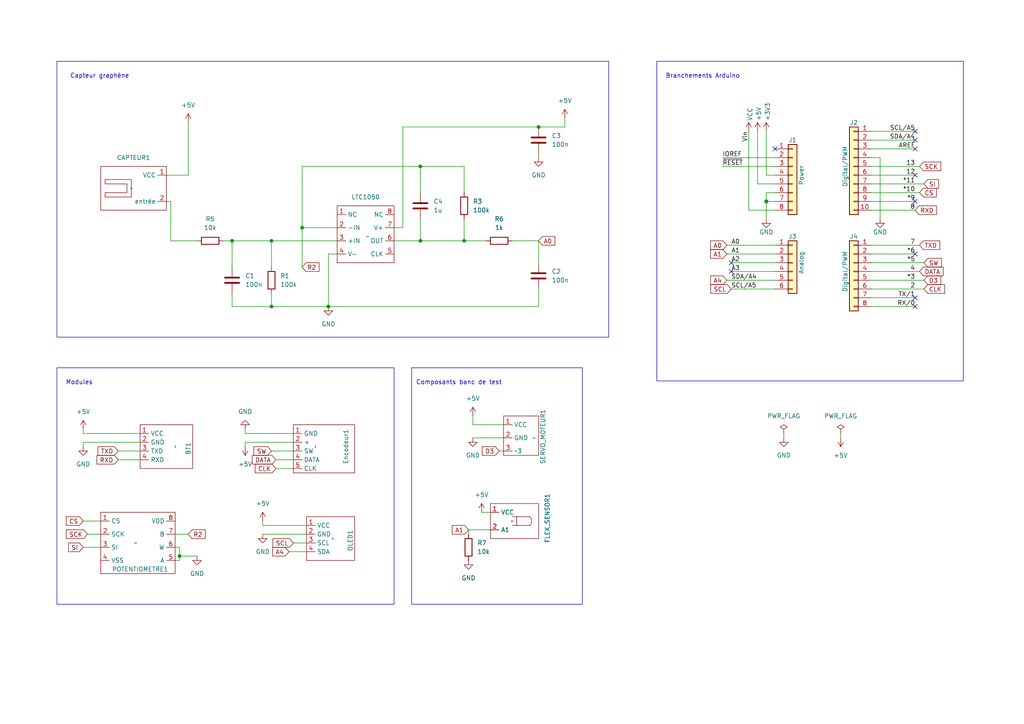
<source format=kicad_sch>
(kicad_sch (version 20230121) (generator eeschema)

  (uuid e63e39d7-6ac0-4ffd-8aa3-1841a4541b55)

  (paper "A4")

  (title_block
    (title "Projet capteur")
    (date "2024-03-08")
    (company "INSA Toulouse")
    (comment 3 "Binôme MOSH Amandine/David 2024")
    (comment 4 "Opérateurs CAO :")
  )

  (lib_symbols
    (symbol "+5V_1" (power) (pin_names (offset 0)) (in_bom yes) (on_board yes)
      (property "Reference" "#PWR" (at 0 -3.81 0)
        (effects (font (size 1.27 1.27)) hide)
      )
      (property "Value" "+5V_1" (at 0 3.556 0)
        (effects (font (size 1.27 1.27)))
      )
      (property "Footprint" "" (at 0 0 0)
        (effects (font (size 1.27 1.27)) hide)
      )
      (property "Datasheet" "" (at 0 0 0)
        (effects (font (size 1.27 1.27)) hide)
      )
      (property "ki_keywords" "global power" (at 0 0 0)
        (effects (font (size 1.27 1.27)) hide)
      )
      (property "ki_description" "Power symbol creates a global label with name \"+5V\"" (at 0 0 0)
        (effects (font (size 1.27 1.27)) hide)
      )
      (symbol "+5V_1_0_1"
        (polyline
          (pts
            (xy -0.762 1.27)
            (xy 0 2.54)
          )
          (stroke (width 0) (type default))
          (fill (type none))
        )
        (polyline
          (pts
            (xy 0 0)
            (xy 0 2.54)
          )
          (stroke (width 0) (type default))
          (fill (type none))
        )
        (polyline
          (pts
            (xy 0 2.54)
            (xy 0.762 1.27)
          )
          (stroke (width 0) (type default))
          (fill (type none))
        )
      )
      (symbol "+5V_1_1_1"
        (pin power_in line (at 0 0 90) (length 0) hide
          (name "+5V" (effects (font (size 1.27 1.27))))
          (number "1" (effects (font (size 1.27 1.27))))
        )
      )
    )
    (symbol "+5V_2" (power) (pin_names (offset 0)) (in_bom yes) (on_board yes)
      (property "Reference" "#PWR" (at 0 -3.81 0)
        (effects (font (size 1.27 1.27)) hide)
      )
      (property "Value" "+5V_2" (at 0 3.556 0)
        (effects (font (size 1.27 1.27)))
      )
      (property "Footprint" "" (at 0 0 0)
        (effects (font (size 1.27 1.27)) hide)
      )
      (property "Datasheet" "" (at 0 0 0)
        (effects (font (size 1.27 1.27)) hide)
      )
      (property "ki_keywords" "global power" (at 0 0 0)
        (effects (font (size 1.27 1.27)) hide)
      )
      (property "ki_description" "Power symbol creates a global label with name \"+5V\"" (at 0 0 0)
        (effects (font (size 1.27 1.27)) hide)
      )
      (symbol "+5V_2_0_1"
        (polyline
          (pts
            (xy -0.762 1.27)
            (xy 0 2.54)
          )
          (stroke (width 0) (type default))
          (fill (type none))
        )
        (polyline
          (pts
            (xy 0 0)
            (xy 0 2.54)
          )
          (stroke (width 0) (type default))
          (fill (type none))
        )
        (polyline
          (pts
            (xy 0 2.54)
            (xy 0.762 1.27)
          )
          (stroke (width 0) (type default))
          (fill (type none))
        )
      )
      (symbol "+5V_2_1_1"
        (pin power_in line (at 0 0 90) (length 0) hide
          (name "+5V" (effects (font (size 1.27 1.27))))
          (number "1" (effects (font (size 1.27 1.27))))
        )
      )
    )
    (symbol "Connector_Generic:Conn_01x06" (pin_names (offset 1.016) hide) (in_bom yes) (on_board yes)
      (property "Reference" "J" (at 0 7.62 0)
        (effects (font (size 1.27 1.27)))
      )
      (property "Value" "Conn_01x06" (at 0 -10.16 0)
        (effects (font (size 1.27 1.27)))
      )
      (property "Footprint" "" (at 0 0 0)
        (effects (font (size 1.27 1.27)) hide)
      )
      (property "Datasheet" "~" (at 0 0 0)
        (effects (font (size 1.27 1.27)) hide)
      )
      (property "ki_keywords" "connector" (at 0 0 0)
        (effects (font (size 1.27 1.27)) hide)
      )
      (property "ki_description" "Generic connector, single row, 01x06, script generated (kicad-library-utils/schlib/autogen/connector/)" (at 0 0 0)
        (effects (font (size 1.27 1.27)) hide)
      )
      (property "ki_fp_filters" "Connector*:*_1x??_*" (at 0 0 0)
        (effects (font (size 1.27 1.27)) hide)
      )
      (symbol "Conn_01x06_1_1"
        (rectangle (start -1.27 -7.493) (end 0 -7.747)
          (stroke (width 0.1524) (type default))
          (fill (type none))
        )
        (rectangle (start -1.27 -4.953) (end 0 -5.207)
          (stroke (width 0.1524) (type default))
          (fill (type none))
        )
        (rectangle (start -1.27 -2.413) (end 0 -2.667)
          (stroke (width 0.1524) (type default))
          (fill (type none))
        )
        (rectangle (start -1.27 0.127) (end 0 -0.127)
          (stroke (width 0.1524) (type default))
          (fill (type none))
        )
        (rectangle (start -1.27 2.667) (end 0 2.413)
          (stroke (width 0.1524) (type default))
          (fill (type none))
        )
        (rectangle (start -1.27 5.207) (end 0 4.953)
          (stroke (width 0.1524) (type default))
          (fill (type none))
        )
        (rectangle (start -1.27 6.35) (end 1.27 -8.89)
          (stroke (width 0.254) (type default))
          (fill (type background))
        )
        (pin passive line (at -5.08 5.08 0) (length 3.81)
          (name "Pin_1" (effects (font (size 1.27 1.27))))
          (number "1" (effects (font (size 1.27 1.27))))
        )
        (pin passive line (at -5.08 2.54 0) (length 3.81)
          (name "Pin_2" (effects (font (size 1.27 1.27))))
          (number "2" (effects (font (size 1.27 1.27))))
        )
        (pin passive line (at -5.08 0 0) (length 3.81)
          (name "Pin_3" (effects (font (size 1.27 1.27))))
          (number "3" (effects (font (size 1.27 1.27))))
        )
        (pin passive line (at -5.08 -2.54 0) (length 3.81)
          (name "Pin_4" (effects (font (size 1.27 1.27))))
          (number "4" (effects (font (size 1.27 1.27))))
        )
        (pin passive line (at -5.08 -5.08 0) (length 3.81)
          (name "Pin_5" (effects (font (size 1.27 1.27))))
          (number "5" (effects (font (size 1.27 1.27))))
        )
        (pin passive line (at -5.08 -7.62 0) (length 3.81)
          (name "Pin_6" (effects (font (size 1.27 1.27))))
          (number "6" (effects (font (size 1.27 1.27))))
        )
      )
    )
    (symbol "Connector_Generic:Conn_01x08" (pin_names (offset 1.016) hide) (in_bom yes) (on_board yes)
      (property "Reference" "J" (at 0 10.16 0)
        (effects (font (size 1.27 1.27)))
      )
      (property "Value" "Conn_01x08" (at 0 -12.7 0)
        (effects (font (size 1.27 1.27)))
      )
      (property "Footprint" "" (at 0 0 0)
        (effects (font (size 1.27 1.27)) hide)
      )
      (property "Datasheet" "~" (at 0 0 0)
        (effects (font (size 1.27 1.27)) hide)
      )
      (property "ki_keywords" "connector" (at 0 0 0)
        (effects (font (size 1.27 1.27)) hide)
      )
      (property "ki_description" "Generic connector, single row, 01x08, script generated (kicad-library-utils/schlib/autogen/connector/)" (at 0 0 0)
        (effects (font (size 1.27 1.27)) hide)
      )
      (property "ki_fp_filters" "Connector*:*_1x??_*" (at 0 0 0)
        (effects (font (size 1.27 1.27)) hide)
      )
      (symbol "Conn_01x08_1_1"
        (rectangle (start -1.27 -10.033) (end 0 -10.287)
          (stroke (width 0.1524) (type default))
          (fill (type none))
        )
        (rectangle (start -1.27 -7.493) (end 0 -7.747)
          (stroke (width 0.1524) (type default))
          (fill (type none))
        )
        (rectangle (start -1.27 -4.953) (end 0 -5.207)
          (stroke (width 0.1524) (type default))
          (fill (type none))
        )
        (rectangle (start -1.27 -2.413) (end 0 -2.667)
          (stroke (width 0.1524) (type default))
          (fill (type none))
        )
        (rectangle (start -1.27 0.127) (end 0 -0.127)
          (stroke (width 0.1524) (type default))
          (fill (type none))
        )
        (rectangle (start -1.27 2.667) (end 0 2.413)
          (stroke (width 0.1524) (type default))
          (fill (type none))
        )
        (rectangle (start -1.27 5.207) (end 0 4.953)
          (stroke (width 0.1524) (type default))
          (fill (type none))
        )
        (rectangle (start -1.27 7.747) (end 0 7.493)
          (stroke (width 0.1524) (type default))
          (fill (type none))
        )
        (rectangle (start -1.27 8.89) (end 1.27 -11.43)
          (stroke (width 0.254) (type default))
          (fill (type background))
        )
        (pin passive line (at -5.08 7.62 0) (length 3.81)
          (name "Pin_1" (effects (font (size 1.27 1.27))))
          (number "1" (effects (font (size 1.27 1.27))))
        )
        (pin passive line (at -5.08 5.08 0) (length 3.81)
          (name "Pin_2" (effects (font (size 1.27 1.27))))
          (number "2" (effects (font (size 1.27 1.27))))
        )
        (pin passive line (at -5.08 2.54 0) (length 3.81)
          (name "Pin_3" (effects (font (size 1.27 1.27))))
          (number "3" (effects (font (size 1.27 1.27))))
        )
        (pin passive line (at -5.08 0 0) (length 3.81)
          (name "Pin_4" (effects (font (size 1.27 1.27))))
          (number "4" (effects (font (size 1.27 1.27))))
        )
        (pin passive line (at -5.08 -2.54 0) (length 3.81)
          (name "Pin_5" (effects (font (size 1.27 1.27))))
          (number "5" (effects (font (size 1.27 1.27))))
        )
        (pin passive line (at -5.08 -5.08 0) (length 3.81)
          (name "Pin_6" (effects (font (size 1.27 1.27))))
          (number "6" (effects (font (size 1.27 1.27))))
        )
        (pin passive line (at -5.08 -7.62 0) (length 3.81)
          (name "Pin_7" (effects (font (size 1.27 1.27))))
          (number "7" (effects (font (size 1.27 1.27))))
        )
        (pin passive line (at -5.08 -10.16 0) (length 3.81)
          (name "Pin_8" (effects (font (size 1.27 1.27))))
          (number "8" (effects (font (size 1.27 1.27))))
        )
      )
    )
    (symbol "Connector_Generic:Conn_01x10" (pin_names (offset 1.016) hide) (in_bom yes) (on_board yes)
      (property "Reference" "J" (at 0 12.7 0)
        (effects (font (size 1.27 1.27)))
      )
      (property "Value" "Conn_01x10" (at 0 -15.24 0)
        (effects (font (size 1.27 1.27)))
      )
      (property "Footprint" "" (at 0 0 0)
        (effects (font (size 1.27 1.27)) hide)
      )
      (property "Datasheet" "~" (at 0 0 0)
        (effects (font (size 1.27 1.27)) hide)
      )
      (property "ki_keywords" "connector" (at 0 0 0)
        (effects (font (size 1.27 1.27)) hide)
      )
      (property "ki_description" "Generic connector, single row, 01x10, script generated (kicad-library-utils/schlib/autogen/connector/)" (at 0 0 0)
        (effects (font (size 1.27 1.27)) hide)
      )
      (property "ki_fp_filters" "Connector*:*_1x??_*" (at 0 0 0)
        (effects (font (size 1.27 1.27)) hide)
      )
      (symbol "Conn_01x10_1_1"
        (rectangle (start -1.27 -12.573) (end 0 -12.827)
          (stroke (width 0.1524) (type default))
          (fill (type none))
        )
        (rectangle (start -1.27 -10.033) (end 0 -10.287)
          (stroke (width 0.1524) (type default))
          (fill (type none))
        )
        (rectangle (start -1.27 -7.493) (end 0 -7.747)
          (stroke (width 0.1524) (type default))
          (fill (type none))
        )
        (rectangle (start -1.27 -4.953) (end 0 -5.207)
          (stroke (width 0.1524) (type default))
          (fill (type none))
        )
        (rectangle (start -1.27 -2.413) (end 0 -2.667)
          (stroke (width 0.1524) (type default))
          (fill (type none))
        )
        (rectangle (start -1.27 0.127) (end 0 -0.127)
          (stroke (width 0.1524) (type default))
          (fill (type none))
        )
        (rectangle (start -1.27 2.667) (end 0 2.413)
          (stroke (width 0.1524) (type default))
          (fill (type none))
        )
        (rectangle (start -1.27 5.207) (end 0 4.953)
          (stroke (width 0.1524) (type default))
          (fill (type none))
        )
        (rectangle (start -1.27 7.747) (end 0 7.493)
          (stroke (width 0.1524) (type default))
          (fill (type none))
        )
        (rectangle (start -1.27 10.287) (end 0 10.033)
          (stroke (width 0.1524) (type default))
          (fill (type none))
        )
        (rectangle (start -1.27 11.43) (end 1.27 -13.97)
          (stroke (width 0.254) (type default))
          (fill (type background))
        )
        (pin passive line (at -5.08 10.16 0) (length 3.81)
          (name "Pin_1" (effects (font (size 1.27 1.27))))
          (number "1" (effects (font (size 1.27 1.27))))
        )
        (pin passive line (at -5.08 -12.7 0) (length 3.81)
          (name "Pin_10" (effects (font (size 1.27 1.27))))
          (number "10" (effects (font (size 1.27 1.27))))
        )
        (pin passive line (at -5.08 7.62 0) (length 3.81)
          (name "Pin_2" (effects (font (size 1.27 1.27))))
          (number "2" (effects (font (size 1.27 1.27))))
        )
        (pin passive line (at -5.08 5.08 0) (length 3.81)
          (name "Pin_3" (effects (font (size 1.27 1.27))))
          (number "3" (effects (font (size 1.27 1.27))))
        )
        (pin passive line (at -5.08 2.54 0) (length 3.81)
          (name "Pin_4" (effects (font (size 1.27 1.27))))
          (number "4" (effects (font (size 1.27 1.27))))
        )
        (pin passive line (at -5.08 0 0) (length 3.81)
          (name "Pin_5" (effects (font (size 1.27 1.27))))
          (number "5" (effects (font (size 1.27 1.27))))
        )
        (pin passive line (at -5.08 -2.54 0) (length 3.81)
          (name "Pin_6" (effects (font (size 1.27 1.27))))
          (number "6" (effects (font (size 1.27 1.27))))
        )
        (pin passive line (at -5.08 -5.08 0) (length 3.81)
          (name "Pin_7" (effects (font (size 1.27 1.27))))
          (number "7" (effects (font (size 1.27 1.27))))
        )
        (pin passive line (at -5.08 -7.62 0) (length 3.81)
          (name "Pin_8" (effects (font (size 1.27 1.27))))
          (number "8" (effects (font (size 1.27 1.27))))
        )
        (pin passive line (at -5.08 -10.16 0) (length 3.81)
          (name "Pin_9" (effects (font (size 1.27 1.27))))
          (number "9" (effects (font (size 1.27 1.27))))
        )
      )
    )
    (symbol "Device:C" (pin_numbers hide) (pin_names (offset 0.254)) (in_bom yes) (on_board yes)
      (property "Reference" "C" (at 0.635 2.54 0)
        (effects (font (size 1.27 1.27)) (justify left))
      )
      (property "Value" "C" (at 0.635 -2.54 0)
        (effects (font (size 1.27 1.27)) (justify left))
      )
      (property "Footprint" "" (at 0.9652 -3.81 0)
        (effects (font (size 1.27 1.27)) hide)
      )
      (property "Datasheet" "~" (at 0 0 0)
        (effects (font (size 1.27 1.27)) hide)
      )
      (property "ki_keywords" "cap capacitor" (at 0 0 0)
        (effects (font (size 1.27 1.27)) hide)
      )
      (property "ki_description" "Unpolarized capacitor" (at 0 0 0)
        (effects (font (size 1.27 1.27)) hide)
      )
      (property "ki_fp_filters" "C_*" (at 0 0 0)
        (effects (font (size 1.27 1.27)) hide)
      )
      (symbol "C_0_1"
        (polyline
          (pts
            (xy -2.032 -0.762)
            (xy 2.032 -0.762)
          )
          (stroke (width 0.508) (type default))
          (fill (type none))
        )
        (polyline
          (pts
            (xy -2.032 0.762)
            (xy 2.032 0.762)
          )
          (stroke (width 0.508) (type default))
          (fill (type none))
        )
      )
      (symbol "C_1_1"
        (pin passive line (at 0 3.81 270) (length 2.794)
          (name "~" (effects (font (size 1.27 1.27))))
          (number "1" (effects (font (size 1.27 1.27))))
        )
        (pin passive line (at 0 -3.81 90) (length 2.794)
          (name "~" (effects (font (size 1.27 1.27))))
          (number "2" (effects (font (size 1.27 1.27))))
        )
      )
    )
    (symbol "Device:R" (pin_numbers hide) (pin_names (offset 0)) (in_bom yes) (on_board yes)
      (property "Reference" "R" (at 2.032 0 90)
        (effects (font (size 1.27 1.27)))
      )
      (property "Value" "R" (at 0 0 90)
        (effects (font (size 1.27 1.27)))
      )
      (property "Footprint" "" (at -1.778 0 90)
        (effects (font (size 1.27 1.27)) hide)
      )
      (property "Datasheet" "~" (at 0 0 0)
        (effects (font (size 1.27 1.27)) hide)
      )
      (property "ki_keywords" "R res resistor" (at 0 0 0)
        (effects (font (size 1.27 1.27)) hide)
      )
      (property "ki_description" "Resistor" (at 0 0 0)
        (effects (font (size 1.27 1.27)) hide)
      )
      (property "ki_fp_filters" "R_*" (at 0 0 0)
        (effects (font (size 1.27 1.27)) hide)
      )
      (symbol "R_0_1"
        (rectangle (start -1.016 -2.54) (end 1.016 2.54)
          (stroke (width 0.254) (type default))
          (fill (type none))
        )
      )
      (symbol "R_1_1"
        (pin passive line (at 0 3.81 270) (length 1.27)
          (name "~" (effects (font (size 1.27 1.27))))
          (number "1" (effects (font (size 1.27 1.27))))
        )
        (pin passive line (at 0 -3.81 90) (length 1.27)
          (name "~" (effects (font (size 1.27 1.27))))
          (number "2" (effects (font (size 1.27 1.27))))
        )
      )
    )
    (symbol "GND_1" (power) (pin_names (offset 0)) (in_bom yes) (on_board yes)
      (property "Reference" "#PWR" (at 0 -6.35 0)
        (effects (font (size 1.27 1.27)) hide)
      )
      (property "Value" "GND_1" (at 0 -3.81 0)
        (effects (font (size 1.27 1.27)))
      )
      (property "Footprint" "" (at 0 0 0)
        (effects (font (size 1.27 1.27)) hide)
      )
      (property "Datasheet" "" (at 0 0 0)
        (effects (font (size 1.27 1.27)) hide)
      )
      (property "ki_keywords" "global power" (at 0 0 0)
        (effects (font (size 1.27 1.27)) hide)
      )
      (property "ki_description" "Power symbol creates a global label with name \"GND\" , ground" (at 0 0 0)
        (effects (font (size 1.27 1.27)) hide)
      )
      (symbol "GND_1_0_1"
        (polyline
          (pts
            (xy 0 0)
            (xy 0 -1.27)
            (xy 1.27 -1.27)
            (xy 0 -2.54)
            (xy -1.27 -1.27)
            (xy 0 -1.27)
          )
          (stroke (width 0) (type default))
          (fill (type none))
        )
      )
      (symbol "GND_1_1_1"
        (pin power_in line (at 0 0 270) (length 0) hide
          (name "GND" (effects (font (size 1.27 1.27))))
          (number "1" (effects (font (size 1.27 1.27))))
        )
      )
    )
    (symbol "GND_2" (power) (pin_names (offset 0)) (in_bom yes) (on_board yes)
      (property "Reference" "#PWR" (at 0 -6.35 0)
        (effects (font (size 1.27 1.27)) hide)
      )
      (property "Value" "GND_2" (at 0 -3.81 0)
        (effects (font (size 1.27 1.27)))
      )
      (property "Footprint" "" (at 0 0 0)
        (effects (font (size 1.27 1.27)) hide)
      )
      (property "Datasheet" "" (at 0 0 0)
        (effects (font (size 1.27 1.27)) hide)
      )
      (property "ki_keywords" "global power" (at 0 0 0)
        (effects (font (size 1.27 1.27)) hide)
      )
      (property "ki_description" "Power symbol creates a global label with name \"GND\" , ground" (at 0 0 0)
        (effects (font (size 1.27 1.27)) hide)
      )
      (symbol "GND_2_0_1"
        (polyline
          (pts
            (xy 0 0)
            (xy 0 -1.27)
            (xy 1.27 -1.27)
            (xy 0 -2.54)
            (xy -1.27 -1.27)
            (xy 0 -1.27)
          )
          (stroke (width 0) (type default))
          (fill (type none))
        )
      )
      (symbol "GND_2_1_1"
        (pin power_in line (at 0 0 270) (length 0) hide
          (name "GND" (effects (font (size 1.27 1.27))))
          (number "1" (effects (font (size 1.27 1.27))))
        )
      )
    )
    (symbol "GND_3" (power) (pin_names (offset 0)) (in_bom yes) (on_board yes)
      (property "Reference" "#PWR" (at 0 -6.35 0)
        (effects (font (size 1.27 1.27)) hide)
      )
      (property "Value" "GND_3" (at 0 -3.81 0)
        (effects (font (size 1.27 1.27)))
      )
      (property "Footprint" "" (at 0 0 0)
        (effects (font (size 1.27 1.27)) hide)
      )
      (property "Datasheet" "" (at 0 0 0)
        (effects (font (size 1.27 1.27)) hide)
      )
      (property "ki_keywords" "global power" (at 0 0 0)
        (effects (font (size 1.27 1.27)) hide)
      )
      (property "ki_description" "Power symbol creates a global label with name \"GND\" , ground" (at 0 0 0)
        (effects (font (size 1.27 1.27)) hide)
      )
      (symbol "GND_3_0_1"
        (polyline
          (pts
            (xy 0 0)
            (xy 0 -1.27)
            (xy 1.27 -1.27)
            (xy 0 -2.54)
            (xy -1.27 -1.27)
            (xy 0 -1.27)
          )
          (stroke (width 0) (type default))
          (fill (type none))
        )
      )
      (symbol "GND_3_1_1"
        (pin power_in line (at 0 0 270) (length 0) hide
          (name "GND" (effects (font (size 1.27 1.27))))
          (number "1" (effects (font (size 1.27 1.27))))
        )
      )
    )
    (symbol "GND_4" (power) (pin_names (offset 0)) (in_bom yes) (on_board yes)
      (property "Reference" "#PWR" (at 0 -6.35 0)
        (effects (font (size 1.27 1.27)) hide)
      )
      (property "Value" "GND_4" (at 0 -3.81 0)
        (effects (font (size 1.27 1.27)))
      )
      (property "Footprint" "" (at 0 0 0)
        (effects (font (size 1.27 1.27)) hide)
      )
      (property "Datasheet" "" (at 0 0 0)
        (effects (font (size 1.27 1.27)) hide)
      )
      (property "ki_keywords" "global power" (at 0 0 0)
        (effects (font (size 1.27 1.27)) hide)
      )
      (property "ki_description" "Power symbol creates a global label with name \"GND\" , ground" (at 0 0 0)
        (effects (font (size 1.27 1.27)) hide)
      )
      (symbol "GND_4_0_1"
        (polyline
          (pts
            (xy 0 0)
            (xy 0 -1.27)
            (xy 1.27 -1.27)
            (xy 0 -2.54)
            (xy -1.27 -1.27)
            (xy 0 -1.27)
          )
          (stroke (width 0) (type default))
          (fill (type none))
        )
      )
      (symbol "GND_4_1_1"
        (pin power_in line (at 0 0 270) (length 0) hide
          (name "GND" (effects (font (size 1.27 1.27))))
          (number "1" (effects (font (size 1.27 1.27))))
        )
      )
    )
    (symbol "KY-040_1" (in_bom yes) (on_board yes)
      (property "Reference" "U" (at 0 0 0)
        (effects (font (size 1.27 1.27)))
      )
      (property "Value" "" (at -1.27 -2.54 0)
        (effects (font (size 1.27 1.27)))
      )
      (property "Footprint" "" (at -1.27 -2.54 0)
        (effects (font (size 1.27 1.27)) hide)
      )
      (property "Datasheet" "" (at -1.27 -2.54 0)
        (effects (font (size 1.27 1.27)) hide)
      )
      (symbol "KY-040_1_0_1"
        (rectangle (start -7.62 8.89) (end 6.35 -8.89)
          (stroke (width 0) (type default))
          (fill (type none))
        )
      )
      (symbol "KY-040_1_1_1"
        (pin passive line (at -5.08 -8.89 90) (length 2.54)
          (name "GND" (effects (font (size 1.27 1.27))))
          (number "1" (effects (font (size 1.27 1.27))))
        )
        (pin passive line (at -2.54 -8.89 90) (length 2.54)
          (name "+" (effects (font (size 1.27 1.27))))
          (number "2" (effects (font (size 1.27 1.27))))
        )
        (pin passive line (at 0 -8.89 90) (length 2.54)
          (name "SW" (effects (font (size 1.27 1.27))))
          (number "3" (effects (font (size 1.27 1.27))))
        )
        (pin passive line (at 2.54 -8.89 90) (length 2.54)
          (name "DATA" (effects (font (size 1.27 1.27))))
          (number "4" (effects (font (size 1.27 1.27))))
        )
        (pin passive line (at 5.08 -8.89 90) (length 2.54)
          (name "CLK" (effects (font (size 1.27 1.27))))
          (number "5" (effects (font (size 1.27 1.27))))
        )
      )
    )
    (symbol "New_Library:BT" (in_bom yes) (on_board yes)
      (property "Reference" "U" (at 0 0 0)
        (effects (font (size 1.27 1.27)))
      )
      (property "Value" "" (at 0 0 0)
        (effects (font (size 1.27 1.27)))
      )
      (property "Footprint" "" (at 0 0 0)
        (effects (font (size 1.27 1.27)) hide)
      )
      (property "Datasheet" "" (at 0 0 0)
        (effects (font (size 1.27 1.27)) hide)
      )
      (symbol "BT_0_1"
        (rectangle (start -6.35 10.16) (end 6.35 -5.08)
          (stroke (width 0) (type default))
          (fill (type none))
        )
      )
      (symbol "BT_1_1"
        (pin passive line (at -3.81 10.16 270) (length 2.54)
          (name "VCC" (effects (font (size 1.27 1.27))))
          (number "1" (effects (font (size 1.27 1.27))))
        )
        (pin passive line (at -1.27 10.16 270) (length 2.54)
          (name "GND" (effects (font (size 1.27 1.27))))
          (number "2" (effects (font (size 1.27 1.27))))
        )
        (pin passive line (at 1.27 10.16 270) (length 2.54)
          (name "TXD" (effects (font (size 1.27 1.27))))
          (number "3" (effects (font (size 1.27 1.27))))
        )
        (pin passive line (at 3.81 10.16 270) (length 2.54)
          (name "RXD" (effects (font (size 1.27 1.27))))
          (number "4" (effects (font (size 1.27 1.27))))
        )
      )
    )
    (symbol "New_Library:Flex_sensor" (in_bom yes) (on_board yes)
      (property "Reference" "U" (at 5.08 3.81 0)
        (effects (font (size 1.27 1.27)))
      )
      (property "Value" "" (at 0 0 0)
        (effects (font (size 1.27 1.27)))
      )
      (property "Footprint" "" (at 0 0 0)
        (effects (font (size 1.27 1.27)) hide)
      )
      (property "Datasheet" "" (at 0 0 0)
        (effects (font (size 1.27 1.27)) hide)
      )
      (symbol "Flex_sensor_0_1"
        (rectangle (start -6.35 5.08) (end 7.62 -5.08)
          (stroke (width 0) (type default))
          (fill (type none))
        )
        (polyline
          (pts
            (xy 1.27 -1.27)
            (xy 0 -1.27)
          )
          (stroke (width 0) (type default))
          (fill (type none))
        )
        (polyline
          (pts
            (xy 1.27 1.27)
            (xy 0 1.27)
          )
          (stroke (width 0) (type default))
          (fill (type none))
        )
        (polyline
          (pts
            (xy 1.27 1.27)
            (xy 1.27 -1.27)
            (xy 5.08 -1.27)
            (xy 1.27 -1.27)
            (xy 1.27 1.27)
            (xy 5.08 1.27)
          )
          (stroke (width 0) (type default))
          (fill (type none))
        )
        (arc (start 5.0801 -1.27) (mid 5.6061 0) (end 5.0801 1.27)
          (stroke (width 0) (type default))
          (fill (type none))
        )
      )
      (symbol "Flex_sensor_1_1"
        (pin passive line (at -6.35 2.54 0) (length 2.54)
          (name "VCC" (effects (font (size 1.27 1.27))))
          (number "1" (effects (font (size 1.27 1.27))))
        )
        (pin passive line (at -6.35 -2.54 0) (length 2.54)
          (name "A1" (effects (font (size 1.27 1.27))))
          (number "2" (effects (font (size 1.27 1.27))))
        )
      )
    )
    (symbol "New_Library:LTC1050" (in_bom yes) (on_board yes)
      (property "Reference" "U" (at 0 0 0)
        (effects (font (size 1.27 1.27)))
      )
      (property "Value" "" (at 0 0 0)
        (effects (font (size 1.27 1.27)))
      )
      (property "Footprint" "" (at 0 0 0)
        (effects (font (size 1.27 1.27)) hide)
      )
      (property "Datasheet" "" (at 0 0 0)
        (effects (font (size 1.27 1.27)) hide)
      )
      (symbol "LTC1050_0_1"
        (rectangle (start -8.89 8.89) (end 7.62 -7.62)
          (stroke (width 0) (type default))
          (fill (type none))
        )
      )
      (symbol "LTC1050_1_1"
        (pin passive line (at -8.89 6.35 0) (length 2.54)
          (name "NC" (effects (font (size 1.27 1.27))))
          (number "1" (effects (font (size 1.27 1.27))))
        )
        (pin passive line (at -8.89 2.54 0) (length 2.54)
          (name "-IN" (effects (font (size 1.27 1.27))))
          (number "2" (effects (font (size 1.27 1.27))))
        )
        (pin passive line (at -8.89 -1.27 0) (length 2.54)
          (name "+IN" (effects (font (size 1.27 1.27))))
          (number "3" (effects (font (size 1.27 1.27))))
        )
        (pin passive line (at -8.89 -5.08 0) (length 2.54)
          (name "V-" (effects (font (size 1.27 1.27))))
          (number "4" (effects (font (size 1.27 1.27))))
        )
        (pin passive line (at 7.62 -5.08 180) (length 2.54)
          (name "CLK" (effects (font (size 1.27 1.27))))
          (number "5" (effects (font (size 1.27 1.27))))
        )
        (pin passive line (at 7.62 -1.27 180) (length 2.54)
          (name "OUT" (effects (font (size 1.27 1.27))))
          (number "6" (effects (font (size 1.27 1.27))))
        )
        (pin passive line (at 7.62 2.54 180) (length 2.54)
          (name "V+" (effects (font (size 1.27 1.27))))
          (number "7" (effects (font (size 1.27 1.27))))
        )
        (pin passive line (at 7.62 6.35 180) (length 2.54)
          (name "NC" (effects (font (size 1.27 1.27))))
          (number "8" (effects (font (size 1.27 1.27))))
        )
      )
    )
    (symbol "New_Library:MCP41050" (in_bom yes) (on_board yes)
      (property "Reference" "U" (at 0 0 0)
        (effects (font (size 1.27 1.27)))
      )
      (property "Value" "" (at 0 0 0)
        (effects (font (size 1.27 1.27)))
      )
      (property "Footprint" "" (at 0 0 0)
        (effects (font (size 1.27 1.27)) hide)
      )
      (property "Datasheet" "" (at 0 0 0)
        (effects (font (size 1.27 1.27)) hide)
      )
      (symbol "MCP41050_0_1"
        (rectangle (start -10.16 8.89) (end 11.43 -8.89)
          (stroke (width 0) (type default))
          (fill (type none))
        )
      )
      (symbol "MCP41050_1_1"
        (pin passive line (at -10.16 6.35 0) (length 2.54)
          (name "CS" (effects (font (size 1.27 1.27))))
          (number "1" (effects (font (size 1.27 1.27))))
        )
        (pin passive line (at -10.16 2.54 0) (length 2.54)
          (name "SCK" (effects (font (size 1.27 1.27))))
          (number "2" (effects (font (size 1.27 1.27))))
        )
        (pin passive line (at -10.16 -1.27 0) (length 2.54)
          (name "SI" (effects (font (size 1.27 1.27))))
          (number "3" (effects (font (size 1.27 1.27))))
        )
        (pin passive line (at -10.16 -5.08 0) (length 2.54)
          (name "VSS" (effects (font (size 1.27 1.27))))
          (number "4" (effects (font (size 1.27 1.27))))
        )
        (pin passive line (at 11.43 -5.08 180) (length 2.54)
          (name "A" (effects (font (size 1.27 1.27))))
          (number "5" (effects (font (size 1.27 1.27))))
        )
        (pin passive line (at 11.43 -1.27 180) (length 2.54)
          (name "W" (effects (font (size 1.27 1.27))))
          (number "6" (effects (font (size 1.27 1.27))))
        )
        (pin passive line (at 11.43 2.54 180) (length 2.54)
          (name "B" (effects (font (size 1.27 1.27))))
          (number "7" (effects (font (size 1.27 1.27))))
        )
        (pin passive line (at 11.43 6.35 180) (length 2.54)
          (name "VDD" (effects (font (size 1.27 1.27))))
          (number "8" (effects (font (size 1.27 1.27))))
        )
      )
    )
    (symbol "New_Library:Servo_moteur" (in_bom yes) (on_board yes)
      (property "Reference" "U" (at 0 0 0)
        (effects (font (size 1.27 1.27)))
      )
      (property "Value" "" (at 0 0 0)
        (effects (font (size 1.27 1.27)))
      )
      (property "Footprint" "" (at 0 0 0)
        (effects (font (size 1.27 1.27)) hide)
      )
      (property "Datasheet" "" (at 0 0 0)
        (effects (font (size 1.27 1.27)) hide)
      )
      (symbol "Servo_moteur_0_1"
        (rectangle (start -8.89 6.35) (end 1.27 -5.08)
          (stroke (width 0) (type default))
          (fill (type none))
        )
      )
      (symbol "Servo_moteur_1_1"
        (pin passive line (at -8.89 3.81 0) (length 2.54)
          (name "VCC" (effects (font (size 1.27 1.27))))
          (number "1" (effects (font (size 1.27 1.27))))
        )
        (pin passive line (at -8.89 0 0) (length 2.54)
          (name "GND" (effects (font (size 1.27 1.27))))
          (number "2" (effects (font (size 1.27 1.27))))
        )
        (pin passive line (at -8.89 -3.81 0) (length 2.54)
          (name "~3" (effects (font (size 1.27 1.27))))
          (number "3" (effects (font (size 1.27 1.27))))
        )
      )
    )
    (symbol "OLED_1" (in_bom yes) (on_board yes)
      (property "Reference" "U" (at 0 0 0)
        (effects (font (size 1.27 1.27)))
      )
      (property "Value" "" (at 0 0 0)
        (effects (font (size 1.27 1.27)))
      )
      (property "Footprint" "" (at 0 0 0)
        (effects (font (size 1.27 1.27)) hide)
      )
      (property "Datasheet" "" (at 0 0 0)
        (effects (font (size 1.27 1.27)) hide)
      )
      (symbol "OLED_1_0_1"
        (rectangle (start -6.35 6.35) (end 6.35 -7.62)
          (stroke (width 0) (type default))
          (fill (type none))
        )
      )
      (symbol "OLED_1_1_1"
        (pin passive line (at -3.81 -7.62 90) (length 2.54)
          (name "VCC" (effects (font (size 1.27 1.27))))
          (number "1" (effects (font (size 1.27 1.27))))
        )
        (pin passive line (at -1.27 -7.62 90) (length 2.54)
          (name "GND" (effects (font (size 1.27 1.27))))
          (number "2" (effects (font (size 1.27 1.27))))
        )
        (pin passive line (at 1.27 -7.62 90) (length 2.54)
          (name "SCL" (effects (font (size 1.27 1.27))))
          (number "3" (effects (font (size 1.27 1.27))))
        )
        (pin passive line (at 3.81 -7.62 90) (length 2.54)
          (name "SDA" (effects (font (size 1.27 1.27))))
          (number "4" (effects (font (size 1.27 1.27))))
        )
      )
    )
    (symbol "capteur_graphene_1" (in_bom yes) (on_board yes)
      (property "Reference" "U" (at 0 0 0)
        (effects (font (size 1.27 1.27)))
      )
      (property "Value" "" (at -1.27 0 0)
        (effects (font (size 1.27 1.27)))
      )
      (property "Footprint" "" (at -1.27 0 0)
        (effects (font (size 1.27 1.27)) hide)
      )
      (property "Datasheet" "" (at -1.27 0 0)
        (effects (font (size 1.27 1.27)) hide)
      )
      (symbol "capteur_graphene_1_0_1"
        (rectangle (start -10.16 6.35) (end 8.89 -6.35)
          (stroke (width 0) (type default))
          (fill (type none))
        )
        (polyline
          (pts
            (xy -8.89 2.54)
            (xy -8.89 1.27)
            (xy -2.54 1.27)
            (xy -2.54 -1.27)
            (xy -8.89 -1.27)
            (xy -8.89 -2.54)
            (xy -1.27 -2.54)
            (xy -1.27 2.54)
            (xy -8.89 2.54)
            (xy -8.89 2.54)
          )
          (stroke (width 0) (type default))
          (fill (type none))
        )
      )
      (symbol "capteur_graphene_1_1_1"
        (pin passive line (at 8.89 3.81 180) (length 2.54)
          (name "VCC" (effects (font (size 1.27 1.27))))
          (number "1" (effects (font (size 1.27 1.27))))
        )
        (pin passive line (at 8.89 -3.81 180) (length 2.54)
          (name "entrée" (effects (font (size 1.27 1.27))))
          (number "2" (effects (font (size 1.27 1.27))))
        )
      )
    )
    (symbol "power:+3V3" (power) (pin_names (offset 0)) (in_bom yes) (on_board yes)
      (property "Reference" "#PWR" (at 0 -3.81 0)
        (effects (font (size 1.27 1.27)) hide)
      )
      (property "Value" "+3V3" (at 0 3.556 0)
        (effects (font (size 1.27 1.27)))
      )
      (property "Footprint" "" (at 0 0 0)
        (effects (font (size 1.27 1.27)) hide)
      )
      (property "Datasheet" "" (at 0 0 0)
        (effects (font (size 1.27 1.27)) hide)
      )
      (property "ki_keywords" "power-flag" (at 0 0 0)
        (effects (font (size 1.27 1.27)) hide)
      )
      (property "ki_description" "Power symbol creates a global label with name \"+3V3\"" (at 0 0 0)
        (effects (font (size 1.27 1.27)) hide)
      )
      (symbol "+3V3_0_1"
        (polyline
          (pts
            (xy -0.762 1.27)
            (xy 0 2.54)
          )
          (stroke (width 0) (type default))
          (fill (type none))
        )
        (polyline
          (pts
            (xy 0 0)
            (xy 0 2.54)
          )
          (stroke (width 0) (type default))
          (fill (type none))
        )
        (polyline
          (pts
            (xy 0 2.54)
            (xy 0.762 1.27)
          )
          (stroke (width 0) (type default))
          (fill (type none))
        )
      )
      (symbol "+3V3_1_1"
        (pin power_in line (at 0 0 90) (length 0) hide
          (name "+3V3" (effects (font (size 1.27 1.27))))
          (number "1" (effects (font (size 1.27 1.27))))
        )
      )
    )
    (symbol "power:+5V" (power) (pin_names (offset 0)) (in_bom yes) (on_board yes)
      (property "Reference" "#PWR" (at 0 -3.81 0)
        (effects (font (size 1.27 1.27)) hide)
      )
      (property "Value" "+5V" (at 0 3.556 0)
        (effects (font (size 1.27 1.27)))
      )
      (property "Footprint" "" (at 0 0 0)
        (effects (font (size 1.27 1.27)) hide)
      )
      (property "Datasheet" "" (at 0 0 0)
        (effects (font (size 1.27 1.27)) hide)
      )
      (property "ki_keywords" "power-flag" (at 0 0 0)
        (effects (font (size 1.27 1.27)) hide)
      )
      (property "ki_description" "Power symbol creates a global label with name \"+5V\"" (at 0 0 0)
        (effects (font (size 1.27 1.27)) hide)
      )
      (symbol "+5V_0_1"
        (polyline
          (pts
            (xy -0.762 1.27)
            (xy 0 2.54)
          )
          (stroke (width 0) (type default))
          (fill (type none))
        )
        (polyline
          (pts
            (xy 0 0)
            (xy 0 2.54)
          )
          (stroke (width 0) (type default))
          (fill (type none))
        )
        (polyline
          (pts
            (xy 0 2.54)
            (xy 0.762 1.27)
          )
          (stroke (width 0) (type default))
          (fill (type none))
        )
      )
      (symbol "+5V_1_1"
        (pin power_in line (at 0 0 90) (length 0) hide
          (name "+5V" (effects (font (size 1.27 1.27))))
          (number "1" (effects (font (size 1.27 1.27))))
        )
      )
    )
    (symbol "power:GND" (power) (pin_names (offset 0)) (in_bom yes) (on_board yes)
      (property "Reference" "#PWR" (at 0 -6.35 0)
        (effects (font (size 1.27 1.27)) hide)
      )
      (property "Value" "GND" (at 0 -3.81 0)
        (effects (font (size 1.27 1.27)))
      )
      (property "Footprint" "" (at 0 0 0)
        (effects (font (size 1.27 1.27)) hide)
      )
      (property "Datasheet" "" (at 0 0 0)
        (effects (font (size 1.27 1.27)) hide)
      )
      (property "ki_keywords" "power-flag" (at 0 0 0)
        (effects (font (size 1.27 1.27)) hide)
      )
      (property "ki_description" "Power symbol creates a global label with name \"GND\" , ground" (at 0 0 0)
        (effects (font (size 1.27 1.27)) hide)
      )
      (symbol "GND_0_1"
        (polyline
          (pts
            (xy 0 0)
            (xy 0 -1.27)
            (xy 1.27 -1.27)
            (xy 0 -2.54)
            (xy -1.27 -1.27)
            (xy 0 -1.27)
          )
          (stroke (width 0) (type default))
          (fill (type none))
        )
      )
      (symbol "GND_1_1"
        (pin power_in line (at 0 0 270) (length 0) hide
          (name "GND" (effects (font (size 1.27 1.27))))
          (number "1" (effects (font (size 1.27 1.27))))
        )
      )
    )
    (symbol "power:PWR_FLAG" (power) (pin_numbers hide) (pin_names (offset 0) hide) (in_bom yes) (on_board yes)
      (property "Reference" "#FLG" (at 0 1.905 0)
        (effects (font (size 1.27 1.27)) hide)
      )
      (property "Value" "PWR_FLAG" (at 0 3.81 0)
        (effects (font (size 1.27 1.27)))
      )
      (property "Footprint" "" (at 0 0 0)
        (effects (font (size 1.27 1.27)) hide)
      )
      (property "Datasheet" "~" (at 0 0 0)
        (effects (font (size 1.27 1.27)) hide)
      )
      (property "ki_keywords" "flag power" (at 0 0 0)
        (effects (font (size 1.27 1.27)) hide)
      )
      (property "ki_description" "Special symbol for telling ERC where power comes from" (at 0 0 0)
        (effects (font (size 1.27 1.27)) hide)
      )
      (symbol "PWR_FLAG_0_0"
        (pin power_out line (at 0 0 90) (length 0)
          (name "pwr" (effects (font (size 1.27 1.27))))
          (number "1" (effects (font (size 1.27 1.27))))
        )
      )
      (symbol "PWR_FLAG_0_1"
        (polyline
          (pts
            (xy 0 0)
            (xy 0 1.27)
            (xy -1.016 1.905)
            (xy 0 2.54)
            (xy 1.016 1.905)
            (xy 0 1.27)
          )
          (stroke (width 0) (type default))
          (fill (type none))
        )
      )
    )
    (symbol "power:VCC" (power) (pin_names (offset 0)) (in_bom yes) (on_board yes)
      (property "Reference" "#PWR" (at 0 -3.81 0)
        (effects (font (size 1.27 1.27)) hide)
      )
      (property "Value" "VCC" (at 0 3.81 0)
        (effects (font (size 1.27 1.27)))
      )
      (property "Footprint" "" (at 0 0 0)
        (effects (font (size 1.27 1.27)) hide)
      )
      (property "Datasheet" "" (at 0 0 0)
        (effects (font (size 1.27 1.27)) hide)
      )
      (property "ki_keywords" "power-flag" (at 0 0 0)
        (effects (font (size 1.27 1.27)) hide)
      )
      (property "ki_description" "Power symbol creates a global label with name \"VCC\"" (at 0 0 0)
        (effects (font (size 1.27 1.27)) hide)
      )
      (symbol "VCC_0_1"
        (polyline
          (pts
            (xy -0.762 1.27)
            (xy 0 2.54)
          )
          (stroke (width 0) (type default))
          (fill (type none))
        )
        (polyline
          (pts
            (xy 0 0)
            (xy 0 2.54)
          )
          (stroke (width 0) (type default))
          (fill (type none))
        )
        (polyline
          (pts
            (xy 0 2.54)
            (xy 0.762 1.27)
          )
          (stroke (width 0) (type default))
          (fill (type none))
        )
      )
      (symbol "VCC_1_1"
        (pin power_in line (at 0 0 90) (length 0) hide
          (name "VCC" (effects (font (size 1.27 1.27))))
          (number "1" (effects (font (size 1.27 1.27))))
        )
      )
    )
  )

  (junction (at 156.21 36.83) (diameter 0) (color 0 0 0 0)
    (uuid 0515137f-84f6-416a-9e23-72550c5f6397)
  )
  (junction (at 52.07 161.29) (diameter 0) (color 0 0 0 0)
    (uuid 1a9b2265-2e3a-4cb7-bddb-6b55d56f6dbe)
  )
  (junction (at 67.31 69.85) (diameter 0) (color 0 0 0 0)
    (uuid 2579113c-93de-4c96-97b7-b0b6b70bbedc)
  )
  (junction (at 78.74 88.9) (diameter 0) (color 0 0 0 0)
    (uuid 27c7bca3-5cc7-41e0-bcce-f19278c0f5c1)
  )
  (junction (at 121.92 48.26) (diameter 0) (color 0 0 0 0)
    (uuid 2eeea0b3-7e0a-4013-8ada-9cc2f5a289b1)
  )
  (junction (at 78.74 69.85) (diameter 0) (color 0 0 0 0)
    (uuid 3b59fc83-4aa6-47ce-a3a7-46e821c046c2)
  )
  (junction (at 222.25 58.42) (diameter 1.016) (color 0 0 0 0)
    (uuid 3dcc657b-55a1-48e0-9667-e01e7b6b08b5)
  )
  (junction (at 95.25 88.9) (diameter 0) (color 0 0 0 0)
    (uuid 6af1b96f-49f0-4218-9d09-e31da8ed95a5)
  )
  (junction (at 134.62 69.85) (diameter 0) (color 0 0 0 0)
    (uuid 74854675-3197-4f6d-b758-0e7f7d724fd5)
  )
  (junction (at 121.92 69.85) (diameter 0) (color 0 0 0 0)
    (uuid 8c4aa738-75b6-4ffb-a9d8-223ce8e99777)
  )
  (junction (at 87.63 66.04) (diameter 0) (color 0 0 0 0)
    (uuid adf31061-c58b-4a10-90b3-fff5bf0a8a03)
  )

  (no_connect (at 265.43 73.66) (uuid 3a9fb2d0-bb79-43d4-926d-f5515d7a3242))
  (no_connect (at 265.43 43.18) (uuid 421c7fd0-28a7-4a9e-a67f-63e6f78a6a1b))
  (no_connect (at 265.43 88.9) (uuid 68f1ad3f-be9a-4d1b-8cf0-716e8057dbf9))
  (no_connect (at 265.43 86.36) (uuid 8375a6fa-9ca6-4bf1-9ee5-ca1c52641992))
  (no_connect (at 265.43 58.42) (uuid 87e27a84-4b8b-434c-adec-850aae488873))
  (no_connect (at 265.43 40.64) (uuid b012aac0-1e53-4029-81a4-c5664f75d2de))
  (no_connect (at 265.43 50.8) (uuid cc62e414-fc74-4111-8695-5951e02c2b33))
  (no_connect (at 212.09 76.2) (uuid cd40a44e-55f3-4d84-b681-887b54c2b197))
  (no_connect (at 224.79 43.18) (uuid d181157c-7812-47e5-a0cf-9580c905fc86))
  (no_connect (at 265.43 38.1) (uuid d284ce66-5d5f-4e57-a75f-ac68e38555c0))
  (no_connect (at 212.09 78.74) (uuid f6006011-c07f-4207-b694-ef1bbca6c889))

  (wire (pts (xy 144.78 130.81) (xy 146.05 130.81))
    (stroke (width 0) (type default))
    (uuid 00e0d4c1-5bae-43da-a88d-9070c5394763)
  )
  (wire (pts (xy 252.73 88.9) (xy 265.43 88.9))
    (stroke (width 0) (type solid))
    (uuid 010ba307-2067-49d3-b0fa-6414143f3fc2)
  )
  (wire (pts (xy 156.21 44.45) (xy 156.21 45.72))
    (stroke (width 0) (type default))
    (uuid 03cb20f3-908b-4531-bf1b-d59c73db3ea5)
  )
  (wire (pts (xy 54.61 35.56) (xy 54.61 50.8))
    (stroke (width 0) (type default))
    (uuid 03e630a0-c734-4b58-8561-045f09a50eae)
  )
  (wire (pts (xy 24.13 125.73) (xy 40.64 125.73))
    (stroke (width 0) (type default))
    (uuid 0619ffe1-f152-488c-8176-adef3f8f27fc)
  )
  (wire (pts (xy 252.73 55.88) (xy 266.7 55.88))
    (stroke (width 0) (type solid))
    (uuid 09480ba4-37da-45e3-b9fe-6beebf876349)
  )
  (wire (pts (xy 87.63 48.26) (xy 87.63 66.04))
    (stroke (width 0) (type default))
    (uuid 0bc2c309-cb24-484f-9dae-d3a254dfd1ef)
  )
  (wire (pts (xy 78.74 77.47) (xy 78.74 69.85))
    (stroke (width 0) (type default))
    (uuid 0c98b8ff-f05f-4b07-9ab4-cf93441b09d4)
  )
  (wire (pts (xy 252.73 38.1) (xy 265.43 38.1))
    (stroke (width 0) (type solid))
    (uuid 0f5d2189-4ead-42fa-8f7a-cfa3af4de132)
  )
  (wire (pts (xy 87.63 66.04) (xy 87.63 77.47))
    (stroke (width 0) (type default))
    (uuid 1120fcb8-48a2-479e-92b3-f4e3e24edf89)
  )
  (wire (pts (xy 85.09 157.48) (xy 88.9 157.48))
    (stroke (width 0) (type default))
    (uuid 114900bd-7f1e-49f3-b318-4e3749e468e1)
  )
  (wire (pts (xy 78.74 69.85) (xy 97.79 69.85))
    (stroke (width 0) (type default))
    (uuid 12f83968-1692-45ec-9b11-0fcff1e37a1b)
  )
  (wire (pts (xy 139.7 148.59) (xy 142.24 148.59))
    (stroke (width 0) (type default))
    (uuid 15038314-aeb6-4a62-9b03-457cea411404)
  )
  (wire (pts (xy 95.25 88.9) (xy 156.21 88.9))
    (stroke (width 0) (type default))
    (uuid 16046fdb-a2fd-4d2c-a7c2-d31a0d8f28ce)
  )
  (wire (pts (xy 222.25 55.88) (xy 222.25 58.42))
    (stroke (width 0) (type solid))
    (uuid 1c31b835-925f-4a5c-92df-8f2558bb711b)
  )
  (wire (pts (xy 156.21 83.82) (xy 156.21 88.9))
    (stroke (width 0) (type default))
    (uuid 1d1b30f9-f191-45fb-b3c0-655af5786a29)
  )
  (wire (pts (xy 134.62 48.26) (xy 134.62 55.88))
    (stroke (width 0) (type default))
    (uuid 1ebfc501-51b2-4b4a-97a2-9018dd3eec95)
  )
  (wire (pts (xy 212.09 83.82) (xy 224.79 83.82))
    (stroke (width 0) (type solid))
    (uuid 20854542-d0b0-4be7-af02-0e5fceb34e01)
  )
  (wire (pts (xy 54.61 50.8) (xy 48.26 50.8))
    (stroke (width 0) (type default))
    (uuid 2caafe33-b012-456f-aaa8-c48914eaa0d8)
  )
  (wire (pts (xy 222.25 58.42) (xy 222.25 63.5))
    (stroke (width 0) (type solid))
    (uuid 2df788b2-ce68-49bc-a497-4b6570a17f30)
  )
  (wire (pts (xy 222.25 50.8) (xy 224.79 50.8))
    (stroke (width 0) (type solid))
    (uuid 3334b11d-5a13-40b4-a117-d693c543e4ab)
  )
  (wire (pts (xy 34.29 133.35) (xy 40.64 133.35))
    (stroke (width 0) (type default))
    (uuid 3567a243-517f-42e0-a6b2-f717d82080cc)
  )
  (wire (pts (xy 219.71 53.34) (xy 224.79 53.34))
    (stroke (width 0) (type solid))
    (uuid 3661f80c-fef8-4441-83be-df8930b3b45e)
  )
  (wire (pts (xy 24.13 128.27) (xy 40.64 128.27))
    (stroke (width 0) (type default))
    (uuid 37581469-ef1b-4f6e-a857-5cf91772c5c7)
  )
  (wire (pts (xy 219.71 38.1) (xy 219.71 53.34))
    (stroke (width 0) (type solid))
    (uuid 392bf1f6-bf67-427d-8d4c-0a87cb757556)
  )
  (wire (pts (xy 252.73 48.26) (xy 266.7 48.26))
    (stroke (width 0) (type solid))
    (uuid 4227fa6f-c399-4f14-8228-23e39d2b7e7d)
  )
  (wire (pts (xy 142.24 153.67) (xy 135.89 153.67))
    (stroke (width 0) (type default))
    (uuid 42d7a550-66aa-4d30-b3da-30b8dc81b7dd)
  )
  (wire (pts (xy 222.25 38.1) (xy 222.25 50.8))
    (stroke (width 0) (type solid))
    (uuid 442fb4de-4d55-45de-bc27-3e6222ceb890)
  )
  (wire (pts (xy 252.73 71.12) (xy 266.7 71.12))
    (stroke (width 0) (type solid))
    (uuid 4455ee2e-5642-42c1-a83b-f7e65fa0c2f1)
  )
  (wire (pts (xy 48.26 58.42) (xy 49.53 58.42))
    (stroke (width 0) (type default))
    (uuid 44802855-9f28-4d62-8eec-1899902c79c3)
  )
  (wire (pts (xy 80.01 133.35) (xy 85.09 133.35))
    (stroke (width 0) (type default))
    (uuid 47d07841-7c5e-4054-a056-7460456ffe59)
  )
  (wire (pts (xy 210.82 71.12) (xy 224.79 71.12))
    (stroke (width 0) (type solid))
    (uuid 486ca832-85f4-4989-b0f4-569faf9be534)
  )
  (wire (pts (xy 140.97 69.85) (xy 134.62 69.85))
    (stroke (width 0) (type default))
    (uuid 49cc5eeb-a4af-4f8c-825e-e01273481186)
  )
  (wire (pts (xy 252.73 50.8) (xy 265.43 50.8))
    (stroke (width 0) (type solid))
    (uuid 4a910b57-a5cd-4105-ab4f-bde2a80d4f00)
  )
  (wire (pts (xy 252.73 73.66) (xy 265.43 73.66))
    (stroke (width 0) (type solid))
    (uuid 4e60e1af-19bd-45a0-b418-b7030b594dde)
  )
  (wire (pts (xy 121.92 63.5) (xy 121.92 69.85))
    (stroke (width 0) (type default))
    (uuid 625db800-00a1-4bfb-8963-52aab15c08ba)
  )
  (wire (pts (xy 252.73 58.42) (xy 265.43 58.42))
    (stroke (width 0) (type solid))
    (uuid 63f2b71b-521b-4210-bf06-ed65e330fccc)
  )
  (wire (pts (xy 134.62 63.5) (xy 134.62 69.85))
    (stroke (width 0) (type default))
    (uuid 6a9713b8-7cf6-401c-8963-a83904d2746e)
  )
  (wire (pts (xy 252.73 78.74) (xy 266.7 78.74))
    (stroke (width 0) (type solid))
    (uuid 6bb3ea5f-9e60-4add-9d97-244be2cf61d2)
  )
  (wire (pts (xy 71.12 125.73) (xy 85.09 125.73))
    (stroke (width 0) (type default))
    (uuid 6c819552-eeb2-4bba-87c7-8b82d5f42808)
  )
  (wire (pts (xy 209.55 45.72) (xy 224.79 45.72))
    (stroke (width 0) (type solid))
    (uuid 73d4774c-1387-4550-b580-a1cc0ac89b89)
  )
  (wire (pts (xy 156.21 69.85) (xy 156.21 76.2))
    (stroke (width 0) (type default))
    (uuid 7585e86e-a3d9-4d9d-8a91-f60ab40e8d8f)
  )
  (wire (pts (xy 135.89 153.67) (xy 135.89 154.94))
    (stroke (width 0) (type default))
    (uuid 76ec0523-292c-4bb7-aa83-c7f8a127d1ef)
  )
  (wire (pts (xy 24.13 125.73) (xy 24.13 124.46))
    (stroke (width 0) (type default))
    (uuid 786c97c3-e653-4590-a61f-8a21d474f3f7)
  )
  (wire (pts (xy 78.74 88.9) (xy 95.25 88.9))
    (stroke (width 0) (type default))
    (uuid 795ae85a-d59d-4bf0-92c3-a6dd2c6b7322)
  )
  (wire (pts (xy 52.07 158.75) (xy 52.07 161.29))
    (stroke (width 0) (type default))
    (uuid 7f5f9bf1-adfe-4258-8af8-01945637842b)
  )
  (wire (pts (xy 52.07 161.29) (xy 57.15 161.29))
    (stroke (width 0) (type default))
    (uuid 7f95e1b9-06df-4897-8c61-fee7b80bd51c)
  )
  (wire (pts (xy 116.84 66.04) (xy 116.84 36.83))
    (stroke (width 0) (type default))
    (uuid 82225ad9-5b4d-46de-8d78-c93c7c8f7d35)
  )
  (wire (pts (xy 243.84 127) (xy 243.84 125.73))
    (stroke (width 0) (type default))
    (uuid 8412f634-32de-479e-a07b-3c317dcfc5d3)
  )
  (wire (pts (xy 255.27 45.72) (xy 255.27 63.5))
    (stroke (width 0) (type solid))
    (uuid 84ce350c-b0c1-4e69-9ab2-f7ec7b8bb312)
  )
  (wire (pts (xy 137.16 123.19) (xy 146.05 123.19))
    (stroke (width 0) (type default))
    (uuid 88833b6c-9e90-4e18-9395-0c905ebbb76d)
  )
  (wire (pts (xy 78.74 69.85) (xy 67.31 69.85))
    (stroke (width 0) (type default))
    (uuid 88f510e8-1a2f-4523-8676-5cbd70ce7b71)
  )
  (wire (pts (xy 64.77 69.85) (xy 67.31 69.85))
    (stroke (width 0) (type default))
    (uuid 8962fecb-ee20-4583-8d8b-ebaf4b60069c)
  )
  (wire (pts (xy 78.74 85.09) (xy 78.74 88.9))
    (stroke (width 0) (type default))
    (uuid 89d8baaa-f591-41ee-830c-80f638eb0fa1)
  )
  (wire (pts (xy 252.73 43.18) (xy 265.43 43.18))
    (stroke (width 0) (type solid))
    (uuid 8a3d35a2-f0f6-4dec-a606-7c8e288ca828)
  )
  (wire (pts (xy 76.2 152.4) (xy 88.9 152.4))
    (stroke (width 0) (type default))
    (uuid 8b0f0a59-a92c-415e-baad-469277e1b30b)
  )
  (wire (pts (xy 224.79 76.2) (xy 212.09 76.2))
    (stroke (width 0) (type solid))
    (uuid 9377eb1a-3b12-438c-8ebd-f86ace1e8d25)
  )
  (wire (pts (xy 209.55 48.26) (xy 224.79 48.26))
    (stroke (width 0) (type solid))
    (uuid 93e52853-9d1e-4afe-aee8-b825ab9f5d09)
  )
  (wire (pts (xy 121.92 48.26) (xy 87.63 48.26))
    (stroke (width 0) (type default))
    (uuid 9442adda-f280-49ac-8f25-41e4dbf427c3)
  )
  (wire (pts (xy 148.59 69.85) (xy 156.21 69.85))
    (stroke (width 0) (type default))
    (uuid 955044f3-23b3-4df6-86a5-ef90509e07fd)
  )
  (wire (pts (xy 224.79 58.42) (xy 222.25 58.42))
    (stroke (width 0) (type solid))
    (uuid 97df9ac9-dbb8-472e-b84f-3684d0eb5efc)
  )
  (wire (pts (xy 121.92 48.26) (xy 134.62 48.26))
    (stroke (width 0) (type default))
    (uuid 98ce1b9f-c60d-498d-a846-cffb05564090)
  )
  (wire (pts (xy 34.29 130.81) (xy 40.64 130.81))
    (stroke (width 0) (type default))
    (uuid 9c603710-e781-475f-840c-db10fb492b84)
  )
  (wire (pts (xy 114.3 66.04) (xy 116.84 66.04))
    (stroke (width 0) (type default))
    (uuid 9e847706-52f6-4db2-85b0-b97159aa15cf)
  )
  (wire (pts (xy 49.53 58.42) (xy 49.53 69.85))
    (stroke (width 0) (type default))
    (uuid 9f9257e7-9358-4b68-9e0c-6e7c02e1044b)
  )
  (wire (pts (xy 97.79 66.04) (xy 87.63 66.04))
    (stroke (width 0) (type default))
    (uuid a5297818-cf4c-4f9d-b64a-6ae86d45c3e8)
  )
  (wire (pts (xy 224.79 60.96) (xy 217.17 60.96))
    (stroke (width 0) (type solid))
    (uuid a7518f9d-05df-4211-ba17-5d615f04ec46)
  )
  (wire (pts (xy 24.13 151.13) (xy 29.21 151.13))
    (stroke (width 0) (type default))
    (uuid a9378547-4468-41f4-ad0c-51696565b044)
  )
  (wire (pts (xy 210.82 73.66) (xy 224.79 73.66))
    (stroke (width 0) (type solid))
    (uuid aab97e46-23d6-4cbf-8684-537b94306d68)
  )
  (wire (pts (xy 24.13 158.75) (xy 29.21 158.75))
    (stroke (width 0) (type default))
    (uuid aad706c0-882c-4c48-baaf-83c7bb92d4b7)
  )
  (wire (pts (xy 78.74 130.81) (xy 85.09 130.81))
    (stroke (width 0) (type default))
    (uuid ababe4a6-bd25-4478-889a-36689573bedd)
  )
  (wire (pts (xy 25.4 154.94) (xy 29.21 154.94))
    (stroke (width 0) (type default))
    (uuid ac124103-3d0f-4c13-bf51-98ed3df35da2)
  )
  (wire (pts (xy 121.92 48.26) (xy 121.92 55.88))
    (stroke (width 0) (type default))
    (uuid ac22c9de-99e8-418e-8d75-de395478b6d3)
  )
  (wire (pts (xy 116.84 36.83) (xy 156.21 36.83))
    (stroke (width 0) (type default))
    (uuid b01041ef-085e-4921-9d12-c52b32ea0b5c)
  )
  (wire (pts (xy 252.73 60.96) (xy 265.43 60.96))
    (stroke (width 0) (type default))
    (uuid b12f5442-5faf-43fc-817b-c7b7dea12f77)
  )
  (wire (pts (xy 71.12 125.73) (xy 71.12 124.46))
    (stroke (width 0) (type default))
    (uuid b861b234-9dc5-483a-8a5d-04eb14a054f6)
  )
  (wire (pts (xy 227.33 127) (xy 227.33 125.73))
    (stroke (width 0) (type default))
    (uuid b929e703-3ad3-42c6-9052-987f2801e09e)
  )
  (wire (pts (xy 252.73 45.72) (xy 255.27 45.72))
    (stroke (width 0) (type solid))
    (uuid bcbc7302-8a54-4b9b-98b9-f277f1b20941)
  )
  (wire (pts (xy 224.79 55.88) (xy 222.25 55.88))
    (stroke (width 0) (type solid))
    (uuid c12796ad-cf20-466f-9ab3-9cf441392c32)
  )
  (wire (pts (xy 137.16 120.65) (xy 137.16 123.19))
    (stroke (width 0) (type default))
    (uuid c2215b66-fc2c-4d7d-b89f-d6fe90b43a2a)
  )
  (wire (pts (xy 67.31 85.09) (xy 67.31 88.9))
    (stroke (width 0) (type default))
    (uuid c2c68b73-0969-4311-ac3a-af65d774e657)
  )
  (wire (pts (xy 134.62 69.85) (xy 121.92 69.85))
    (stroke (width 0) (type default))
    (uuid c42d116e-0c8f-4418-bad8-1bee9d2baaff)
  )
  (wire (pts (xy 52.07 161.29) (xy 52.07 162.56))
    (stroke (width 0) (type default))
    (uuid c486c43b-8949-4974-970c-4c414fe6c3b1)
  )
  (wire (pts (xy 50.8 162.56) (xy 52.07 162.56))
    (stroke (width 0) (type default))
    (uuid c4c80595-f702-44ce-ab8c-73006806089b)
  )
  (wire (pts (xy 252.73 53.34) (xy 267.97 53.34))
    (stroke (width 0) (type solid))
    (uuid c722a1ff-12f1-49e5-88a4-44ffeb509ca2)
  )
  (wire (pts (xy 50.8 158.75) (xy 52.07 158.75))
    (stroke (width 0) (type default))
    (uuid c80bf102-1fe9-4b19-85f7-c2a74db186e8)
  )
  (wire (pts (xy 80.01 135.89) (xy 85.09 135.89))
    (stroke (width 0) (type default))
    (uuid cdf18b4d-c0c4-46ac-8fc9-3627127da4bc)
  )
  (wire (pts (xy 163.83 34.29) (xy 163.83 36.83))
    (stroke (width 0) (type default))
    (uuid cfa58624-7dc8-49df-8e55-8868ab8fbf6d)
  )
  (wire (pts (xy 252.73 76.2) (xy 267.97 76.2))
    (stroke (width 0) (type solid))
    (uuid cfe99980-2d98-4372-b495-04c53027340b)
  )
  (wire (pts (xy 95.25 73.66) (xy 95.25 88.9))
    (stroke (width 0) (type default))
    (uuid d1b13979-2bd1-4cc4-b6f5-f5ad617c7fcf)
  )
  (wire (pts (xy 212.09 78.74) (xy 224.79 78.74))
    (stroke (width 0) (type solid))
    (uuid d3042136-2605-44b2-aebb-5484a9c90933)
  )
  (wire (pts (xy 71.12 128.27) (xy 71.12 129.54))
    (stroke (width 0) (type default))
    (uuid d47ffb72-d2d3-4926-b848-f1a060821d72)
  )
  (wire (pts (xy 67.31 88.9) (xy 78.74 88.9))
    (stroke (width 0) (type default))
    (uuid d5f978cb-6e0d-440a-8735-029438fba6d2)
  )
  (wire (pts (xy 137.16 127) (xy 146.05 127))
    (stroke (width 0) (type default))
    (uuid dbc97ce2-2cf6-4366-89f5-b8095c2917e8)
  )
  (wire (pts (xy 76.2 154.94) (xy 88.9 154.94))
    (stroke (width 0) (type default))
    (uuid dbed7b0f-5a1d-4731-80d4-1071d4e41028)
  )
  (wire (pts (xy 50.8 154.94) (xy 54.61 154.94))
    (stroke (width 0) (type default))
    (uuid de970744-ebce-4b40-b1eb-eff9d59c17c8)
  )
  (wire (pts (xy 49.53 69.85) (xy 57.15 69.85))
    (stroke (width 0) (type default))
    (uuid e0c538f0-31e7-4b01-bcb9-77e836ce066a)
  )
  (wire (pts (xy 67.31 69.85) (xy 67.31 77.47))
    (stroke (width 0) (type default))
    (uuid e20fdc49-2989-4964-a8ff-aa193c10f6ef)
  )
  (wire (pts (xy 121.92 69.85) (xy 114.3 69.85))
    (stroke (width 0) (type default))
    (uuid e4b39c15-e93c-44df-bf68-e89ef5ed1cf2)
  )
  (wire (pts (xy 252.73 40.64) (xy 265.43 40.64))
    (stroke (width 0) (type solid))
    (uuid e7278977-132b-4777-9eb4-7d93363a4379)
  )
  (wire (pts (xy 252.73 83.82) (xy 267.97 83.82))
    (stroke (width 0) (type solid))
    (uuid e9bdd59b-3252-4c44-a357-6fa1af0c210c)
  )
  (wire (pts (xy 252.73 81.28) (xy 267.97 81.28))
    (stroke (width 0) (type solid))
    (uuid ec76dcc9-9949-4dda-bd76-046204829cb4)
  )
  (wire (pts (xy 156.21 36.83) (xy 163.83 36.83))
    (stroke (width 0) (type default))
    (uuid ed2ed341-e2e9-404c-9adb-f6f0a385b440)
  )
  (wire (pts (xy 24.13 128.27) (xy 24.13 129.54))
    (stroke (width 0) (type default))
    (uuid ed7a70cf-a7d8-4621-a1f0-9dee3957271b)
  )
  (wire (pts (xy 76.2 152.4) (xy 76.2 151.13))
    (stroke (width 0) (type default))
    (uuid f59b7595-8a02-4a8c-98ac-859fc896823a)
  )
  (wire (pts (xy 252.73 86.36) (xy 265.43 86.36))
    (stroke (width 0) (type solid))
    (uuid f853d1d4-c722-44df-98bf-4a6114204628)
  )
  (wire (pts (xy 217.17 38.1) (xy 217.17 60.96))
    (stroke (width 0) (type solid))
    (uuid f8de70cd-e47d-4e80-8f3a-077e9df93aa8)
  )
  (wire (pts (xy 224.79 81.28) (xy 210.82 81.28))
    (stroke (width 0) (type solid))
    (uuid fc39c32d-65b8-4d16-9db5-de89c54a1206)
  )
  (wire (pts (xy 83.82 160.02) (xy 88.9 160.02))
    (stroke (width 0) (type default))
    (uuid fcfc351e-565f-408c-bb66-6223eaaa9eeb)
  )
  (wire (pts (xy 97.79 73.66) (xy 95.25 73.66))
    (stroke (width 0) (type default))
    (uuid fee50e92-2daa-4697-85cc-4fd74e0daebc)
  )
  (wire (pts (xy 71.12 128.27) (xy 85.09 128.27))
    (stroke (width 0) (type default))
    (uuid ff66d1ec-d78d-440b-af60-7f7c52b18e04)
  )

  (rectangle (start 16.51 17.78) (end 176.53 97.79)
    (stroke (width 0) (type default))
    (fill (type none))
    (uuid 458a21a6-d88c-4fc8-b9d2-98325ea66ea7)
  )
  (rectangle (start 16.51 106.68) (end 114.3 175.26)
    (stroke (width 0) (type default))
    (fill (type none))
    (uuid 6cc4f2f4-ea9f-444c-9eaf-8f0d8a510b30)
  )
  (rectangle (start 119.38 106.68) (end 168.91 175.26)
    (stroke (width 0) (type default))
    (fill (type none))
    (uuid abeaed30-be07-47f5-9b2e-d31754f64552)
  )
  (rectangle (start 190.5 17.78) (end 279.4 110.49)
    (stroke (width 0) (type default))
    (fill (type none))
    (uuid bb64b5ee-0919-49d8-abc6-6d36a654fdf8)
  )

  (text "Capteur graphène" (at 20.32 22.86 0)
    (effects (font (size 1.27 1.27)) (justify left bottom))
    (uuid 637cd8d9-bd93-4cf4-a7fa-5599107fccc2)
  )
  (text "Modules " (at 19.05 111.76 0)
    (effects (font (size 1.27 1.27)) (justify left bottom))
    (uuid 803cd2c2-980c-4de0-9a1b-e42cccda5faa)
  )
  (text "Composants banc de test" (at 120.65 111.76 0)
    (effects (font (size 1.27 1.27)) (justify left bottom))
    (uuid b992046f-17c1-4470-b986-dfe33a2546ed)
  )
  (text "Branchements Arduino" (at 193.04 22.86 0)
    (effects (font (size 1.27 1.27)) (justify left bottom))
    (uuid c0dba3f8-78bd-4363-b564-b94e4af15129)
  )

  (label "RX{slash}0" (at 265.43 88.9 180) (fields_autoplaced)
    (effects (font (size 1.27 1.27)) (justify right bottom))
    (uuid 01ea9310-cf66-436b-9b89-1a2f4237b59e)
  )
  (label "A2" (at 212.09 76.2 0) (fields_autoplaced)
    (effects (font (size 1.27 1.27)) (justify left bottom))
    (uuid 09251fd4-af37-4d86-8951-1faaac710ffa)
  )
  (label "4" (at 265.43 78.74 180) (fields_autoplaced)
    (effects (font (size 1.27 1.27)) (justify right bottom))
    (uuid 0d8cfe6d-11bf-42b9-9752-f9a5a76bce7e)
  )
  (label "2" (at 265.43 83.82 180) (fields_autoplaced)
    (effects (font (size 1.27 1.27)) (justify right bottom))
    (uuid 23f0c933-49f0-4410-a8db-8b017f48dadc)
  )
  (label "A3" (at 212.09 78.74 0) (fields_autoplaced)
    (effects (font (size 1.27 1.27)) (justify left bottom))
    (uuid 2c60ab74-0590-423b-8921-6f3212a358d2)
  )
  (label "13" (at 265.43 48.26 180) (fields_autoplaced)
    (effects (font (size 1.27 1.27)) (justify right bottom))
    (uuid 35bc5b35-b7b2-44d5-bbed-557f428649b2)
  )
  (label "12" (at 265.43 50.8 180) (fields_autoplaced)
    (effects (font (size 1.27 1.27)) (justify right bottom))
    (uuid 3ffaa3b1-1d78-4c7b-bdf9-f1a8019c92fd)
  )
  (label "~{RESET}" (at 209.55 48.26 0) (fields_autoplaced)
    (effects (font (size 1.27 1.27)) (justify left bottom))
    (uuid 49585dba-cfa7-4813-841e-9d900d43ecf4)
  )
  (label "*10" (at 265.43 55.88 180) (fields_autoplaced)
    (effects (font (size 1.27 1.27)) (justify right bottom))
    (uuid 54be04e4-fffa-4f7f-8a5f-d0de81314e8f)
  )
  (label "7" (at 265.43 71.12 180) (fields_autoplaced)
    (effects (font (size 1.27 1.27)) (justify right bottom))
    (uuid 873d2c88-519e-482f-a3ed-2484e5f9417e)
  )
  (label "SDA{slash}A4" (at 265.43 40.64 180) (fields_autoplaced)
    (effects (font (size 1.27 1.27)) (justify right bottom))
    (uuid 8885a9dc-224d-44c5-8601-05c1d9983e09)
  )
  (label "8" (at 265.43 60.96 180) (fields_autoplaced)
    (effects (font (size 1.27 1.27)) (justify right bottom))
    (uuid 89b0e564-e7aa-4224-80c9-3f0614fede8f)
  )
  (label "*11" (at 265.43 53.34 180) (fields_autoplaced)
    (effects (font (size 1.27 1.27)) (justify right bottom))
    (uuid 9ad5a781-2469-4c8f-8abf-a1c3586f7cb7)
  )
  (label "*3" (at 265.43 81.28 180) (fields_autoplaced)
    (effects (font (size 1.27 1.27)) (justify right bottom))
    (uuid 9cccf5f9-68a4-4e61-b418-6185dd6a5f9a)
  )
  (label "A1" (at 212.09 73.66 0) (fields_autoplaced)
    (effects (font (size 1.27 1.27)) (justify left bottom))
    (uuid acc9991b-1bdd-4544-9a08-4037937485cb)
  )
  (label "TX{slash}1" (at 265.43 86.36 180) (fields_autoplaced)
    (effects (font (size 1.27 1.27)) (justify right bottom))
    (uuid ae2c9582-b445-44bd-b371-7fc74f6cf852)
  )
  (label "A0" (at 212.09 71.12 0) (fields_autoplaced)
    (effects (font (size 1.27 1.27)) (justify left bottom))
    (uuid ba02dc27-26a3-4648-b0aa-06b6dcaf001f)
  )
  (label "AREF" (at 265.43 43.18 180) (fields_autoplaced)
    (effects (font (size 1.27 1.27)) (justify right bottom))
    (uuid bbf52cf8-6d97-4499-a9ee-3657cebcdabf)
  )
  (label "Vin" (at 217.17 38.1 270) (fields_autoplaced)
    (effects (font (size 1.27 1.27)) (justify right bottom))
    (uuid c348793d-eec0-4f33-9b91-2cae8b4224a4)
  )
  (label "*6" (at 265.43 73.66 180) (fields_autoplaced)
    (effects (font (size 1.27 1.27)) (justify right bottom))
    (uuid c775d4e8-c37b-4e73-90c1-1c8d36333aac)
  )
  (label "SCL{slash}A5" (at 265.43 38.1 180) (fields_autoplaced)
    (effects (font (size 1.27 1.27)) (justify right bottom))
    (uuid cba886fc-172a-42fe-8e4c-daace6eaef8e)
  )
  (label "*9" (at 265.43 58.42 180) (fields_autoplaced)
    (effects (font (size 1.27 1.27)) (justify right bottom))
    (uuid ccb58899-a82d-403c-b30b-ee351d622e9c)
  )
  (label "*5" (at 265.43 76.2 180) (fields_autoplaced)
    (effects (font (size 1.27 1.27)) (justify right bottom))
    (uuid d9a65242-9c26-45cd-9a55-3e69f0d77784)
  )
  (label "IOREF" (at 209.55 45.72 0) (fields_autoplaced)
    (effects (font (size 1.27 1.27)) (justify left bottom))
    (uuid de819ae4-b245-474b-a426-865ba877b8a2)
  )
  (label "SDA{slash}A4" (at 212.09 81.28 0) (fields_autoplaced)
    (effects (font (size 1.27 1.27)) (justify left bottom))
    (uuid e7ce99b8-ca22-4c56-9e55-39d32c709f3c)
  )
  (label "SCL{slash}A5" (at 212.09 83.82 0) (fields_autoplaced)
    (effects (font (size 1.27 1.27)) (justify left bottom))
    (uuid ea5aa60b-a25e-41a1-9e06-c7b6f957567f)
  )

  (global_label "SI" (shape input) (at 24.13 158.75 180) (fields_autoplaced)
    (effects (font (size 1.27 1.27)) (justify right))
    (uuid 00acc0ba-a652-431b-95b1-dd6ed5042b1c)
    (property "Intersheetrefs" "${INTERSHEET_REFS}" (at 19.3148 158.75 0)
      (effects (font (size 1.27 1.27)) (justify right) hide)
    )
  )
  (global_label "DATA" (shape input) (at 80.01 133.35 180) (fields_autoplaced)
    (effects (font (size 1.27 1.27)) (justify right))
    (uuid 025da21a-d3bb-47be-818b-f7a14898242b)
    (property "Intersheetrefs" "${INTERSHEET_REFS}" (at 72.5943 133.35 0)
      (effects (font (size 1.27 1.27)) (justify right) hide)
    )
  )
  (global_label "RXD" (shape input) (at 34.29 133.35 180) (fields_autoplaced)
    (effects (font (size 1.27 1.27)) (justify right))
    (uuid 0ac827c2-ddf0-4df9-ba8f-5cbf2f4921c9)
    (property "Intersheetrefs" "${INTERSHEET_REFS}" (at 27.5396 133.35 0)
      (effects (font (size 1.27 1.27)) (justify right) hide)
    )
  )
  (global_label "DATA" (shape input) (at 266.7 78.74 0) (fields_autoplaced)
    (effects (font (size 1.27 1.27)) (justify left))
    (uuid 1a2a32e4-9cb1-4f3b-aa7c-587093352e22)
    (property "Intersheetrefs" "${INTERSHEET_REFS}" (at 274.1157 78.74 0)
      (effects (font (size 1.27 1.27)) (justify left) hide)
    )
  )
  (global_label "SW" (shape input) (at 267.97 76.2 0) (fields_autoplaced)
    (effects (font (size 1.27 1.27)) (justify left))
    (uuid 1b08ea81-c7d1-4687-aba4-8c64dc8d3100)
    (property "Intersheetrefs" "${INTERSHEET_REFS}" (at 273.6318 76.2 0)
      (effects (font (size 1.27 1.27)) (justify left) hide)
    )
  )
  (global_label "CLK" (shape input) (at 267.97 83.82 0) (fields_autoplaced)
    (effects (font (size 1.27 1.27)) (justify left))
    (uuid 35478ac4-de49-43ac-8218-62c4b7bae7cc)
    (property "Intersheetrefs" "${INTERSHEET_REFS}" (at 274.539 83.82 0)
      (effects (font (size 1.27 1.27)) (justify left) hide)
    )
  )
  (global_label "CLK" (shape input) (at 80.01 135.89 180) (fields_autoplaced)
    (effects (font (size 1.27 1.27)) (justify right))
    (uuid 47808bc7-aa36-4c45-9bd0-5164d976739d)
    (property "Intersheetrefs" "${INTERSHEET_REFS}" (at 73.441 135.89 0)
      (effects (font (size 1.27 1.27)) (justify right) hide)
    )
  )
  (global_label "CS" (shape input) (at 266.7 55.88 0) (fields_autoplaced)
    (effects (font (size 1.27 1.27)) (justify left))
    (uuid 4ecea5a6-23f6-4568-8651-3b77ca0c7c40)
    (property "Intersheetrefs" "${INTERSHEET_REFS}" (at 272.1804 55.88 0)
      (effects (font (size 1.27 1.27)) (justify left) hide)
    )
  )
  (global_label "SCK" (shape input) (at 266.7 48.26 0) (fields_autoplaced)
    (effects (font (size 1.27 1.27)) (justify left))
    (uuid 551cd55a-6f1f-4e67-a24f-9b235957d6ca)
    (property "Intersheetrefs" "${INTERSHEET_REFS}" (at 273.4504 48.26 0)
      (effects (font (size 1.27 1.27)) (justify left) hide)
    )
  )
  (global_label "TXD" (shape input) (at 34.29 130.81 180) (fields_autoplaced)
    (effects (font (size 1.27 1.27)) (justify right))
    (uuid 5ecee2e7-606e-4dc7-9592-07f44a634925)
    (property "Intersheetrefs" "${INTERSHEET_REFS}" (at 27.842 130.81 0)
      (effects (font (size 1.27 1.27)) (justify right) hide)
    )
  )
  (global_label "D3" (shape input) (at 267.97 81.28 0) (fields_autoplaced)
    (effects (font (size 1.27 1.27)) (justify left))
    (uuid 63b47859-e9db-4ac3-83fc-d875f8c244db)
    (property "Intersheetrefs" "${INTERSHEET_REFS}" (at 273.4504 81.28 0)
      (effects (font (size 1.27 1.27)) (justify left) hide)
    )
  )
  (global_label "R2" (shape input) (at 54.61 154.94 0) (fields_autoplaced)
    (effects (font (size 1.27 1.27)) (justify left))
    (uuid 66ce31fd-eed2-47e2-8693-8c560e9fdec8)
    (property "Intersheetrefs" "${INTERSHEET_REFS}" (at 60.0904 154.94 0)
      (effects (font (size 1.27 1.27)) (justify left) hide)
    )
  )
  (global_label "R2" (shape input) (at 87.63 77.47 0) (fields_autoplaced)
    (effects (font (size 1.27 1.27)) (justify left))
    (uuid 6f3fe679-d34c-4fc5-ba4a-86d8056aeca0)
    (property "Intersheetrefs" "${INTERSHEET_REFS}" (at 93.1104 77.47 0)
      (effects (font (size 1.27 1.27)) (justify left) hide)
    )
  )
  (global_label "SCK" (shape input) (at 25.4 154.94 180) (fields_autoplaced)
    (effects (font (size 1.27 1.27)) (justify right))
    (uuid 71751e01-3f23-4050-8de8-6c37a1bb8490)
    (property "Intersheetrefs" "${INTERSHEET_REFS}" (at 18.6496 154.94 0)
      (effects (font (size 1.27 1.27)) (justify right) hide)
    )
  )
  (global_label "CS" (shape input) (at 24.13 151.13 180) (fields_autoplaced)
    (effects (font (size 1.27 1.27)) (justify right))
    (uuid 8c0ce0ef-59c2-44bd-922b-18525c4b408d)
    (property "Intersheetrefs" "${INTERSHEET_REFS}" (at 18.6496 151.13 0)
      (effects (font (size 1.27 1.27)) (justify right) hide)
    )
  )
  (global_label "A0" (shape input) (at 210.82 71.12 180) (fields_autoplaced)
    (effects (font (size 1.27 1.27)) (justify right))
    (uuid 8f8cf508-d989-4b27-8d84-3728ad3272d5)
    (property "Intersheetrefs" "${INTERSHEET_REFS}" (at 205.521 71.12 0)
      (effects (font (size 1.27 1.27)) (justify right) hide)
    )
  )
  (global_label "SW" (shape input) (at 78.74 130.81 180) (fields_autoplaced)
    (effects (font (size 1.27 1.27)) (justify right))
    (uuid 917ecf04-260a-47cb-80b7-1007c779c515)
    (property "Intersheetrefs" "${INTERSHEET_REFS}" (at 73.0782 130.81 0)
      (effects (font (size 1.27 1.27)) (justify right) hide)
    )
  )
  (global_label "TXD" (shape input) (at 266.7 71.12 0) (fields_autoplaced)
    (effects (font (size 1.27 1.27)) (justify left))
    (uuid 9544ecdf-ca35-4fe0-8089-a8162f87188a)
    (property "Intersheetrefs" "${INTERSHEET_REFS}" (at 273.148 71.12 0)
      (effects (font (size 1.27 1.27)) (justify left) hide)
    )
  )
  (global_label "SI" (shape input) (at 267.97 53.34 0) (fields_autoplaced)
    (effects (font (size 1.27 1.27)) (justify left))
    (uuid b8c95782-04ea-4630-abb8-0c0b8d5f8bf7)
    (property "Intersheetrefs" "${INTERSHEET_REFS}" (at 272.7852 53.34 0)
      (effects (font (size 1.27 1.27)) (justify left) hide)
    )
  )
  (global_label "A1" (shape input) (at 135.89 153.67 180) (fields_autoplaced)
    (effects (font (size 1.27 1.27)) (justify right))
    (uuid ba1a4451-3781-4aa3-8d6d-63e4da244bf9)
    (property "Intersheetrefs" "${INTERSHEET_REFS}" (at 130.591 153.67 0)
      (effects (font (size 1.27 1.27)) (justify right) hide)
    )
  )
  (global_label "A4" (shape input) (at 210.82 81.28 180) (fields_autoplaced)
    (effects (font (size 1.27 1.27)) (justify right))
    (uuid c1e3280e-995d-41ec-92ed-c591006cacae)
    (property "Intersheetrefs" "${INTERSHEET_REFS}" (at 205.521 81.28 0)
      (effects (font (size 1.27 1.27)) (justify right) hide)
    )
  )
  (global_label "SCL" (shape input) (at 85.09 157.48 180) (fields_autoplaced)
    (effects (font (size 1.27 1.27)) (justify right))
    (uuid c78bebc8-d561-429a-82c9-ed62301a8fdd)
    (property "Intersheetrefs" "${INTERSHEET_REFS}" (at 78.5815 157.48 0)
      (effects (font (size 1.27 1.27)) (justify right) hide)
    )
  )
  (global_label "SCL" (shape input) (at 212.09 83.82 180) (fields_autoplaced)
    (effects (font (size 1.27 1.27)) (justify right))
    (uuid d0dbc94d-9615-4095-ab03-44d8b9e07017)
    (property "Intersheetrefs" "${INTERSHEET_REFS}" (at 205.5815 83.82 0)
      (effects (font (size 1.27 1.27)) (justify right) hide)
    )
  )
  (global_label "RXD" (shape input) (at 265.43 60.96 0) (fields_autoplaced)
    (effects (font (size 1.27 1.27)) (justify left))
    (uuid de8bdaf0-3197-4ab7-80b8-a042373a8147)
    (property "Intersheetrefs" "${INTERSHEET_REFS}" (at 272.1804 60.96 0)
      (effects (font (size 1.27 1.27)) (justify left) hide)
    )
  )
  (global_label "D3" (shape input) (at 144.78 130.81 180) (fields_autoplaced)
    (effects (font (size 1.27 1.27)) (justify right))
    (uuid e14d6cd7-c488-47f9-ae55-15f59ee48a14)
    (property "Intersheetrefs" "${INTERSHEET_REFS}" (at 139.2996 130.81 0)
      (effects (font (size 1.27 1.27)) (justify right) hide)
    )
  )
  (global_label "A0" (shape input) (at 156.21 69.85 0) (fields_autoplaced)
    (effects (font (size 1.27 1.27)) (justify left))
    (uuid ef408683-c4e8-4131-ba24-34a80d18aa69)
    (property "Intersheetrefs" "${INTERSHEET_REFS}" (at 161.509 69.85 0)
      (effects (font (size 1.27 1.27)) (justify left) hide)
    )
  )
  (global_label "A4" (shape input) (at 83.82 160.02 180) (fields_autoplaced)
    (effects (font (size 1.27 1.27)) (justify right))
    (uuid f4329f4f-d563-4159-87cf-83a4642ff06d)
    (property "Intersheetrefs" "${INTERSHEET_REFS}" (at 78.521 160.02 0)
      (effects (font (size 1.27 1.27)) (justify right) hide)
    )
  )
  (global_label "A1" (shape input) (at 210.82 73.66 180) (fields_autoplaced)
    (effects (font (size 1.27 1.27)) (justify right))
    (uuid f8c0ae26-9751-4812-b858-6c4576417470)
    (property "Intersheetrefs" "${INTERSHEET_REFS}" (at 205.521 73.66 0)
      (effects (font (size 1.27 1.27)) (justify right) hide)
    )
  )

  (symbol (lib_id "Connector_Generic:Conn_01x08") (at 229.87 50.8 0) (unit 1)
    (in_bom yes) (on_board yes) (dnp no)
    (uuid 00000000-0000-0000-0000-000056d71773)
    (property "Reference" "J1" (at 229.87 40.64 0)
      (effects (font (size 1.27 1.27)))
    )
    (property "Value" "Power" (at 232.41 50.8 90)
      (effects (font (size 1.27 1.27)))
    )
    (property "Footprint" "Connector_PinSocket_2.54mm:PinSocket_1x08_P2.54mm_Vertical" (at 229.87 50.8 0)
      (effects (font (size 1.27 1.27)) hide)
    )
    (property "Datasheet" "" (at 229.87 50.8 0)
      (effects (font (size 1.27 1.27)))
    )
    (pin "1" (uuid d4c02b7e-3be7-4193-a989-fb40130f3319))
    (pin "2" (uuid 1d9f20f8-8d42-4e3d-aece-4c12cc80d0d3))
    (pin "3" (uuid 4801b550-c773-45a3-9bc6-15a3e9341f08))
    (pin "4" (uuid fbe5a73e-5be6-45ba-85f2-2891508cd936))
    (pin "5" (uuid 8f0d2977-6611-4bfc-9a74-1791861e9159))
    (pin "6" (uuid 270f30a7-c159-467b-ab5f-aee66a24a8c7))
    (pin "7" (uuid 760eb2a5-8bbd-4298-88f0-2b1528e020ff))
    (pin "8" (uuid 6a44a55c-6ae0-4d79-b4a1-52d3e48a7065))
    (instances
      (project "modele"
        (path "/e63e39d7-6ac0-4ffd-8aa3-1841a4541b55"
          (reference "J1") (unit 1)
        )
      )
    )
  )

  (symbol (lib_id "power:+3V3") (at 222.25 38.1 0) (unit 1)
    (in_bom yes) (on_board yes) (dnp no)
    (uuid 00000000-0000-0000-0000-000056d71aa9)
    (property "Reference" "#PWR03" (at 222.25 41.91 0)
      (effects (font (size 1.27 1.27)) hide)
    )
    (property "Value" "+3.3V" (at 222.631 35.052 90)
      (effects (font (size 1.27 1.27)) (justify left))
    )
    (property "Footprint" "" (at 222.25 38.1 0)
      (effects (font (size 1.27 1.27)))
    )
    (property "Datasheet" "" (at 222.25 38.1 0)
      (effects (font (size 1.27 1.27)))
    )
    (pin "1" (uuid 25f7f7e2-1fc6-41d8-a14b-2d2742e98c50))
    (instances
      (project "modele"
        (path "/e63e39d7-6ac0-4ffd-8aa3-1841a4541b55"
          (reference "#PWR03") (unit 1)
        )
      )
    )
  )

  (symbol (lib_id "power:+5V") (at 219.71 38.1 0) (unit 1)
    (in_bom yes) (on_board yes) (dnp no)
    (uuid 00000000-0000-0000-0000-000056d71d10)
    (property "Reference" "#PWR02" (at 219.71 41.91 0)
      (effects (font (size 1.27 1.27)) hide)
    )
    (property "Value" "+5V" (at 220.0656 35.052 90)
      (effects (font (size 1.27 1.27)) (justify left))
    )
    (property "Footprint" "" (at 219.71 38.1 0)
      (effects (font (size 1.27 1.27)))
    )
    (property "Datasheet" "" (at 219.71 38.1 0)
      (effects (font (size 1.27 1.27)))
    )
    (pin "1" (uuid fdd33dcf-399e-4ac6-99f5-9ccff615cf55))
    (instances
      (project "modele"
        (path "/e63e39d7-6ac0-4ffd-8aa3-1841a4541b55"
          (reference "#PWR02") (unit 1)
        )
      )
    )
  )

  (symbol (lib_id "power:GND") (at 222.25 63.5 0) (unit 1)
    (in_bom yes) (on_board yes) (dnp no)
    (uuid 00000000-0000-0000-0000-000056d721e6)
    (property "Reference" "#PWR04" (at 222.25 69.85 0)
      (effects (font (size 1.27 1.27)) hide)
    )
    (property "Value" "GND" (at 222.25 67.31 0)
      (effects (font (size 1.27 1.27)))
    )
    (property "Footprint" "" (at 222.25 63.5 0)
      (effects (font (size 1.27 1.27)))
    )
    (property "Datasheet" "" (at 222.25 63.5 0)
      (effects (font (size 1.27 1.27)))
    )
    (pin "1" (uuid 87fd47b6-2ebb-4b03-a4f0-be8b5717bf68))
    (instances
      (project "modele"
        (path "/e63e39d7-6ac0-4ffd-8aa3-1841a4541b55"
          (reference "#PWR04") (unit 1)
        )
      )
    )
  )

  (symbol (lib_id "Connector_Generic:Conn_01x10") (at 247.65 48.26 0) (mirror y) (unit 1)
    (in_bom yes) (on_board yes) (dnp no)
    (uuid 00000000-0000-0000-0000-000056d72368)
    (property "Reference" "J2" (at 247.65 35.56 0)
      (effects (font (size 1.27 1.27)))
    )
    (property "Value" "Digital/PWM" (at 245.11 48.26 90)
      (effects (font (size 1.27 1.27)))
    )
    (property "Footprint" "Connector_PinSocket_2.54mm:PinSocket_1x10_P2.54mm_Vertical" (at 247.65 48.26 0)
      (effects (font (size 1.27 1.27)) hide)
    )
    (property "Datasheet" "" (at 247.65 48.26 0)
      (effects (font (size 1.27 1.27)))
    )
    (pin "1" (uuid 479c0210-c5dd-4420-aa63-d8c5247cc255))
    (pin "10" (uuid 69b11fa8-6d66-48cf-aa54-1a3009033625))
    (pin "2" (uuid 013a3d11-607f-4568-bbac-ce1ce9ce9f7a))
    (pin "3" (uuid 92bea09f-8c05-493b-981e-5298e629b225))
    (pin "4" (uuid 66c1cab1-9206-4430-914c-14dcf23db70f))
    (pin "5" (uuid e264de4a-49ca-4afe-b718-4f94ad734148))
    (pin "6" (uuid 03467115-7f58-481b-9fbc-afb2550dd13c))
    (pin "7" (uuid 9aa9dec0-f260-4bba-a6cf-25f804e6b111))
    (pin "8" (uuid a3a57bae-7391-4e6d-b628-e6aff8f8ed86))
    (pin "9" (uuid 00a2e9f5-f40a-49ba-91e4-cbef19d3b42b))
    (instances
      (project "modele"
        (path "/e63e39d7-6ac0-4ffd-8aa3-1841a4541b55"
          (reference "J2") (unit 1)
        )
      )
    )
  )

  (symbol (lib_id "power:GND") (at 255.27 63.5 0) (unit 1)
    (in_bom yes) (on_board yes) (dnp no)
    (uuid 00000000-0000-0000-0000-000056d72a3d)
    (property "Reference" "#PWR05" (at 255.27 69.85 0)
      (effects (font (size 1.27 1.27)) hide)
    )
    (property "Value" "GND" (at 255.27 67.31 0)
      (effects (font (size 1.27 1.27)))
    )
    (property "Footprint" "" (at 255.27 63.5 0)
      (effects (font (size 1.27 1.27)))
    )
    (property "Datasheet" "" (at 255.27 63.5 0)
      (effects (font (size 1.27 1.27)))
    )
    (pin "1" (uuid dcc7d892-ae5b-4d8f-ab19-e541f0cf0497))
    (instances
      (project "modele"
        (path "/e63e39d7-6ac0-4ffd-8aa3-1841a4541b55"
          (reference "#PWR05") (unit 1)
        )
      )
    )
  )

  (symbol (lib_id "Connector_Generic:Conn_01x06") (at 229.87 76.2 0) (unit 1)
    (in_bom yes) (on_board yes) (dnp no)
    (uuid 00000000-0000-0000-0000-000056d72f1c)
    (property "Reference" "J3" (at 229.87 68.58 0)
      (effects (font (size 1.27 1.27)))
    )
    (property "Value" "Analog" (at 232.41 76.2 90)
      (effects (font (size 1.27 1.27)))
    )
    (property "Footprint" "Connector_PinSocket_2.54mm:PinSocket_1x06_P2.54mm_Vertical" (at 229.87 76.2 0)
      (effects (font (size 1.27 1.27)) hide)
    )
    (property "Datasheet" "~" (at 229.87 76.2 0)
      (effects (font (size 1.27 1.27)) hide)
    )
    (pin "1" (uuid 1e1d0a18-dba5-42d5-95e9-627b560e331d))
    (pin "2" (uuid 11423bda-2cc6-48db-b907-033a5ced98b7))
    (pin "3" (uuid 20a4b56c-be89-418e-a029-3b98e8beca2b))
    (pin "4" (uuid 163db149-f951-4db7-8045-a808c21d7a66))
    (pin "5" (uuid d47b8a11-7971-42ed-a188-2ff9f0b98c7a))
    (pin "6" (uuid 57b1224b-fab7-4047-863e-42b792ecf64b))
    (instances
      (project "modele"
        (path "/e63e39d7-6ac0-4ffd-8aa3-1841a4541b55"
          (reference "J3") (unit 1)
        )
      )
    )
  )

  (symbol (lib_id "Connector_Generic:Conn_01x08") (at 247.65 78.74 0) (mirror y) (unit 1)
    (in_bom yes) (on_board yes) (dnp no)
    (uuid 00000000-0000-0000-0000-000056d734d0)
    (property "Reference" "J4" (at 247.65 68.58 0)
      (effects (font (size 1.27 1.27)))
    )
    (property "Value" "Digital/PWM" (at 245.11 78.74 90)
      (effects (font (size 1.27 1.27)))
    )
    (property "Footprint" "Connector_PinSocket_2.54mm:PinSocket_1x08_P2.54mm_Vertical" (at 247.65 78.74 0)
      (effects (font (size 1.27 1.27)) hide)
    )
    (property "Datasheet" "" (at 247.65 78.74 0)
      (effects (font (size 1.27 1.27)))
    )
    (pin "1" (uuid 5381a37b-26e9-4dc5-a1df-d5846cca7e02))
    (pin "2" (uuid a4e4eabd-ecd9-495d-83e1-d1e1e828ff74))
    (pin "3" (uuid b659d690-5ae4-4e88-8049-6e4694137cd1))
    (pin "4" (uuid 01e4a515-1e76-4ac0-8443-cb9dae94686e))
    (pin "5" (uuid fadf7cf0-7a5e-4d79-8b36-09596a4f1208))
    (pin "6" (uuid 848129ec-e7db-4164-95a7-d7b289ecb7c4))
    (pin "7" (uuid b7a20e44-a4b2-4578-93ae-e5a04c1f0135))
    (pin "8" (uuid c0cfa2f9-a894-4c72-b71e-f8c87c0a0712))
    (instances
      (project "modele"
        (path "/e63e39d7-6ac0-4ffd-8aa3-1841a4541b55"
          (reference "J4") (unit 1)
        )
      )
    )
  )

  (symbol (lib_id "New_Library:MCP41050") (at 39.37 157.48 0) (unit 1)
    (in_bom yes) (on_board yes) (dnp no)
    (uuid 078d240f-a73b-48e4-8d52-2d00d73f9b6f)
    (property "Reference" "POTENTIOMETRE1" (at 40.64 165.1 0)
      (effects (font (size 1.27 1.27)))
    )
    (property "Value" "~" (at 39.37 157.48 0)
      (effects (font (size 1.27 1.27)))
    )
    (property "Footprint" "Ma_Librairie_empreinte_graphene:MCP41050" (at 39.37 157.48 0)
      (effects (font (size 1.27 1.27)) hide)
    )
    (property "Datasheet" "" (at 39.37 157.48 0)
      (effects (font (size 1.27 1.27)) hide)
    )
    (pin "1" (uuid f2dcf471-9e14-495a-bbe3-86f7ecc8de80))
    (pin "2" (uuid 1f363856-acb6-4040-9f3a-6c4b05c5745b))
    (pin "3" (uuid 37150459-fd0b-4b15-b2e8-09c28fbeceb6))
    (pin "4" (uuid 4151d765-8834-4add-a603-937990be8701))
    (pin "5" (uuid bec84c54-f5c6-4a3b-b042-b2691300adf5))
    (pin "6" (uuid 170ce08d-3f23-4fb0-820a-55136ef64088))
    (pin "7" (uuid da71436b-4256-4a34-b19e-9aab8043b8f6))
    (pin "8" (uuid 62b48362-0e5a-4fb4-bebf-e684fa71de99))
    (instances
      (project "modele"
        (path "/e63e39d7-6ac0-4ffd-8aa3-1841a4541b55"
          (reference "POTENTIOMETRE1") (unit 1)
        )
      )
    )
  )

  (symbol (lib_name "GND_2") (lib_id "power:GND") (at 71.12 124.46 180) (unit 1)
    (in_bom yes) (on_board yes) (dnp no) (fields_autoplaced)
    (uuid 16a8a83c-ddea-4ba2-adaa-50200673e759)
    (property "Reference" "#PWR015" (at 71.12 118.11 0)
      (effects (font (size 1.27 1.27)) hide)
    )
    (property "Value" "GND" (at 71.12 119.38 0)
      (effects (font (size 1.27 1.27)))
    )
    (property "Footprint" "" (at 71.12 124.46 0)
      (effects (font (size 1.27 1.27)) hide)
    )
    (property "Datasheet" "" (at 71.12 124.46 0)
      (effects (font (size 1.27 1.27)) hide)
    )
    (pin "1" (uuid b9da6783-b406-4f1b-83cb-c1db985eabf9))
    (instances
      (project "modele"
        (path "/e63e39d7-6ac0-4ffd-8aa3-1841a4541b55"
          (reference "#PWR015") (unit 1)
        )
      )
    )
  )

  (symbol (lib_id "Device:C") (at 156.21 40.64 0) (unit 1)
    (in_bom yes) (on_board yes) (dnp no) (fields_autoplaced)
    (uuid 185369ae-18d8-4b11-b4ba-392283040019)
    (property "Reference" "C3" (at 160.02 39.37 0)
      (effects (font (size 1.27 1.27)) (justify left))
    )
    (property "Value" "100n" (at 160.02 41.91 0)
      (effects (font (size 1.27 1.27)) (justify left))
    )
    (property "Footprint" "Capacitor_THT:C_Disc_D4.3mm_W1.9mm_P5.00mm" (at 157.1752 44.45 0)
      (effects (font (size 1.27 1.27)) hide)
    )
    (property "Datasheet" "~" (at 156.21 40.64 0)
      (effects (font (size 1.27 1.27)) hide)
    )
    (pin "1" (uuid 0243a784-1bca-42d6-b8e0-53a8d87fdd50))
    (pin "2" (uuid af04232d-ec73-42d3-8ae8-a6b4e0a33cdb))
    (instances
      (project "modele"
        (path "/e63e39d7-6ac0-4ffd-8aa3-1841a4541b55"
          (reference "C3") (unit 1)
        )
      )
    )
  )

  (symbol (lib_name "capteur_graphene_1") (lib_id "New_Library:capteur_graphene") (at 39.37 54.61 0) (unit 1)
    (in_bom yes) (on_board yes) (dnp no)
    (uuid 339978e4-9bbb-40e3-959e-cd0f3444bcf4)
    (property "Reference" "CAPTEUR1" (at 38.735 45.72 0)
      (effects (font (size 1.27 1.27)))
    )
    (property "Value" "~" (at 38.1 54.61 0)
      (effects (font (size 1.27 1.27)))
    )
    (property "Footprint" "Ma_Librairie_empreinte_graphene:capteur" (at 38.1 54.61 0)
      (effects (font (size 1.27 1.27)) hide)
    )
    (property "Datasheet" "" (at 38.1 54.61 0)
      (effects (font (size 1.27 1.27)) hide)
    )
    (pin "1" (uuid 3ae79581-cf9d-4dd1-a88f-a51661cd0d9b))
    (pin "2" (uuid 06a1cf10-18e5-4f16-898a-59c24dcdd2cc))
    (instances
      (project "modele"
        (path "/e63e39d7-6ac0-4ffd-8aa3-1841a4541b55"
          (reference "CAPTEUR1") (unit 1)
        )
      )
    )
  )

  (symbol (lib_name "GND_4") (lib_id "power:GND") (at 57.15 161.29 0) (unit 1)
    (in_bom yes) (on_board yes) (dnp no) (fields_autoplaced)
    (uuid 37fdf785-8524-46ad-8ad9-67688fa68c8d)
    (property "Reference" "#PWR014" (at 57.15 167.64 0)
      (effects (font (size 1.27 1.27)) hide)
    )
    (property "Value" "GND" (at 57.15 166.37 0)
      (effects (font (size 1.27 1.27)))
    )
    (property "Footprint" "" (at 57.15 161.29 0)
      (effects (font (size 1.27 1.27)) hide)
    )
    (property "Datasheet" "" (at 57.15 161.29 0)
      (effects (font (size 1.27 1.27)) hide)
    )
    (pin "1" (uuid 20606a77-747f-47f5-8644-0a13420ef012))
    (instances
      (project "modele"
        (path "/e63e39d7-6ac0-4ffd-8aa3-1841a4541b55"
          (reference "#PWR014") (unit 1)
        )
      )
    )
  )

  (symbol (lib_name "GND_4") (lib_id "power:GND") (at 135.89 162.56 0) (unit 1)
    (in_bom yes) (on_board yes) (dnp no) (fields_autoplaced)
    (uuid 3d5baff4-4247-489d-b38f-b08cb7d4c660)
    (property "Reference" "#PWR023" (at 135.89 168.91 0)
      (effects (font (size 1.27 1.27)) hide)
    )
    (property "Value" "GND" (at 135.89 167.64 0)
      (effects (font (size 1.27 1.27)))
    )
    (property "Footprint" "" (at 135.89 162.56 0)
      (effects (font (size 1.27 1.27)) hide)
    )
    (property "Datasheet" "" (at 135.89 162.56 0)
      (effects (font (size 1.27 1.27)) hide)
    )
    (pin "1" (uuid 6c86493f-a745-4963-8dae-d970faa0cbbf))
    (instances
      (project "modele"
        (path "/e63e39d7-6ac0-4ffd-8aa3-1841a4541b55"
          (reference "#PWR023") (unit 1)
        )
      )
    )
  )

  (symbol (lib_id "power:PWR_FLAG") (at 227.33 125.73 0) (unit 1)
    (in_bom yes) (on_board yes) (dnp no)
    (uuid 47e13c99-f1dc-4498-9488-697bc2ca9f9b)
    (property "Reference" "#FLG01" (at 227.33 123.825 0)
      (effects (font (size 1.27 1.27)) hide)
    )
    (property "Value" "PWR_FLAG" (at 227.33 120.65 0)
      (effects (font (size 1.27 1.27)))
    )
    (property "Footprint" "" (at 227.33 125.73 0)
      (effects (font (size 1.27 1.27)) hide)
    )
    (property "Datasheet" "~" (at 227.33 125.73 0)
      (effects (font (size 1.27 1.27)) hide)
    )
    (pin "1" (uuid d8a45fc1-e6b3-4239-8289-362458832a1d))
    (instances
      (project "modele"
        (path "/e63e39d7-6ac0-4ffd-8aa3-1841a4541b55"
          (reference "#FLG01") (unit 1)
        )
      )
    )
  )

  (symbol (lib_name "OLED_1") (lib_id "New_Library:OLED") (at 96.52 156.21 270) (unit 1)
    (in_bom yes) (on_board yes) (dnp no)
    (uuid 485d5666-f4b8-4750-9b05-1caba514ccb7)
    (property "Reference" "OLED1" (at 101.6 153.67 0)
      (effects (font (size 1.27 1.27)) (justify left))
    )
    (property "Value" "~" (at 96.52 156.21 0)
      (effects (font (size 1.27 1.27)))
    )
    (property "Footprint" "Ma_Librairie_empreinte_graphene:OLED-2864" (at 96.52 156.21 0)
      (effects (font (size 1.27 1.27)) hide)
    )
    (property "Datasheet" "" (at 96.52 156.21 0)
      (effects (font (size 1.27 1.27)) hide)
    )
    (pin "1" (uuid 7671de94-769a-4026-9b7f-0b568ae866d2))
    (pin "2" (uuid 0237fe85-5e89-4dc5-a7ea-45b3fccbde2a))
    (pin "3" (uuid 1f436305-5f02-4242-8cb5-c84bf1647c24))
    (pin "4" (uuid dd171ab3-5d49-4bfc-9520-3421b083cc27))
    (instances
      (project "modele"
        (path "/e63e39d7-6ac0-4ffd-8aa3-1841a4541b55"
          (reference "OLED1") (unit 1)
        )
      )
    )
  )

  (symbol (lib_name "+5V_2") (lib_id "power:+5V") (at 76.2 151.13 0) (unit 1)
    (in_bom yes) (on_board yes) (dnp no) (fields_autoplaced)
    (uuid 492f59f9-13ec-4a76-aac1-f412c465b30a)
    (property "Reference" "#PWR011" (at 76.2 154.94 0)
      (effects (font (size 1.27 1.27)) hide)
    )
    (property "Value" "+5V" (at 76.2 146.05 0)
      (effects (font (size 1.27 1.27)))
    )
    (property "Footprint" "" (at 76.2 151.13 0)
      (effects (font (size 1.27 1.27)) hide)
    )
    (property "Datasheet" "" (at 76.2 151.13 0)
      (effects (font (size 1.27 1.27)) hide)
    )
    (pin "1" (uuid ccd64756-6f5e-440a-ba6f-0caacbb405ce))
    (instances
      (project "modele"
        (path "/e63e39d7-6ac0-4ffd-8aa3-1841a4541b55"
          (reference "#PWR011") (unit 1)
        )
      )
    )
  )

  (symbol (lib_id "New_Library:LTC1050") (at 106.68 68.58 0) (unit 1)
    (in_bom yes) (on_board yes) (dnp no) (fields_autoplaced)
    (uuid 4ebb9130-392f-43ff-9142-ed27f17b243e)
    (property "Reference" "LTC1050" (at 106.045 57.15 0)
      (effects (font (size 1.27 1.27)))
    )
    (property "Value" "~" (at 106.68 68.58 0)
      (effects (font (size 1.27 1.27)))
    )
    (property "Footprint" "Ma_Librairie_empreinte_graphene:AOP-LTC1050" (at 106.68 68.58 0)
      (effects (font (size 1.27 1.27)) hide)
    )
    (property "Datasheet" "" (at 106.68 68.58 0)
      (effects (font (size 1.27 1.27)) hide)
    )
    (pin "1" (uuid 392038cb-0c14-4c99-953a-105f631442c3))
    (pin "2" (uuid aaf12385-e6fe-4402-8f2b-50dcc274486a))
    (pin "3" (uuid 2554b905-be1f-4323-8193-5207e3e65626))
    (pin "4" (uuid 44cfd5ab-cf42-47d4-9a97-6ac025e50f6e))
    (pin "5" (uuid 9ecf4cc0-df5e-4c9b-9bdc-8c8d01746500))
    (pin "6" (uuid 931da410-cfea-4dcf-80ce-de5476d4a3f6))
    (pin "7" (uuid 25f392d3-ea08-4b92-8ad9-d86ee6de4a10))
    (pin "8" (uuid 47c26dd8-2a60-47c9-9e04-24b6e4199336))
    (instances
      (project "modele"
        (path "/e63e39d7-6ac0-4ffd-8aa3-1841a4541b55"
          (reference "LTC1050") (unit 1)
        )
      )
    )
  )

  (symbol (lib_id "Device:R") (at 78.74 81.28 0) (unit 1)
    (in_bom yes) (on_board yes) (dnp no) (fields_autoplaced)
    (uuid 58200f96-0ced-47a9-a963-0ee438ddcab1)
    (property "Reference" "R1" (at 81.28 80.01 0)
      (effects (font (size 1.27 1.27)) (justify left))
    )
    (property "Value" "100k" (at 81.28 82.55 0)
      (effects (font (size 1.27 1.27)) (justify left))
    )
    (property "Footprint" "Resistor_THT:R_Axial_DIN0204_L3.6mm_D1.6mm_P5.08mm_Horizontal" (at 76.962 81.28 90)
      (effects (font (size 1.27 1.27)) hide)
    )
    (property "Datasheet" "~" (at 78.74 81.28 0)
      (effects (font (size 1.27 1.27)) hide)
    )
    (pin "1" (uuid cbdd7e3b-1fce-4981-9fe8-097a3958cc8d))
    (pin "2" (uuid c41922f4-591d-405a-ba7a-5bb94defcef0))
    (instances
      (project "modele"
        (path "/e63e39d7-6ac0-4ffd-8aa3-1841a4541b55"
          (reference "R1") (unit 1)
        )
      )
    )
  )

  (symbol (lib_id "Device:R") (at 60.96 69.85 90) (unit 1)
    (in_bom yes) (on_board yes) (dnp no) (fields_autoplaced)
    (uuid 5979510c-6163-456e-b5ab-81d3cfec9ea4)
    (property "Reference" "R5" (at 60.96 63.5 90)
      (effects (font (size 1.27 1.27)))
    )
    (property "Value" "10k" (at 60.96 66.04 90)
      (effects (font (size 1.27 1.27)))
    )
    (property "Footprint" "Resistor_THT:R_Axial_DIN0204_L3.6mm_D1.6mm_P5.08mm_Horizontal" (at 60.96 71.628 90)
      (effects (font (size 1.27 1.27)) hide)
    )
    (property "Datasheet" "~" (at 60.96 69.85 0)
      (effects (font (size 1.27 1.27)) hide)
    )
    (pin "1" (uuid b4390a30-96b7-4d36-86ea-414be0eacb2a))
    (pin "2" (uuid 424d3d23-c963-4049-aed1-2986b4df3f64))
    (instances
      (project "modele"
        (path "/e63e39d7-6ac0-4ffd-8aa3-1841a4541b55"
          (reference "R5") (unit 1)
        )
      )
    )
  )

  (symbol (lib_id "Device:C") (at 121.92 59.69 0) (unit 1)
    (in_bom yes) (on_board yes) (dnp no) (fields_autoplaced)
    (uuid 59868a78-f272-43cd-bd1b-e64ce0975ad6)
    (property "Reference" "C4" (at 125.73 58.42 0)
      (effects (font (size 1.27 1.27)) (justify left))
    )
    (property "Value" "1u" (at 125.73 60.96 0)
      (effects (font (size 1.27 1.27)) (justify left))
    )
    (property "Footprint" "Capacitor_THT:C_Rect_L7.0mm_W3.5mm_P5.00mm" (at 122.8852 63.5 0)
      (effects (font (size 1.27 1.27)) hide)
    )
    (property "Datasheet" "~" (at 121.92 59.69 0)
      (effects (font (size 1.27 1.27)) hide)
    )
    (pin "1" (uuid ec123454-cc78-4c6e-ad98-95ed881f5669))
    (pin "2" (uuid fb9582e4-6fd0-4644-a3c2-782a786587ff))
    (instances
      (project "modele"
        (path "/e63e39d7-6ac0-4ffd-8aa3-1841a4541b55"
          (reference "C4") (unit 1)
        )
      )
    )
  )

  (symbol (lib_id "power:VCC") (at 217.17 38.1 0) (unit 1)
    (in_bom yes) (on_board yes) (dnp no)
    (uuid 5ca20c89-dc15-4322-ac65-caf5d0f5fcce)
    (property "Reference" "#PWR01" (at 217.17 41.91 0)
      (effects (font (size 1.27 1.27)) hide)
    )
    (property "Value" "VCC" (at 217.551 35.052 90)
      (effects (font (size 1.27 1.27)) (justify left))
    )
    (property "Footprint" "" (at 217.17 38.1 0)
      (effects (font (size 1.27 1.27)) hide)
    )
    (property "Datasheet" "" (at 217.17 38.1 0)
      (effects (font (size 1.27 1.27)) hide)
    )
    (pin "1" (uuid 6bd03990-0c6f-47aa-a191-9be4dd5032ee))
    (instances
      (project "modele"
        (path "/e63e39d7-6ac0-4ffd-8aa3-1841a4541b55"
          (reference "#PWR01") (unit 1)
        )
      )
    )
  )

  (symbol (lib_name "+5V_1") (lib_id "power:+5V") (at 163.83 34.29 0) (unit 1)
    (in_bom yes) (on_board yes) (dnp no) (fields_autoplaced)
    (uuid 5da48f7c-f6d2-4c53-8702-57d289f75cf5)
    (property "Reference" "#PWR06" (at 163.83 38.1 0)
      (effects (font (size 1.27 1.27)) hide)
    )
    (property "Value" "+5V" (at 163.83 29.21 0)
      (effects (font (size 1.27 1.27)))
    )
    (property "Footprint" "" (at 163.83 34.29 0)
      (effects (font (size 1.27 1.27)) hide)
    )
    (property "Datasheet" "" (at 163.83 34.29 0)
      (effects (font (size 1.27 1.27)) hide)
    )
    (pin "1" (uuid 447dc1e7-c3b0-4666-8b03-5d0657f2f3c1))
    (instances
      (project "modele"
        (path "/e63e39d7-6ac0-4ffd-8aa3-1841a4541b55"
          (reference "#PWR06") (unit 1)
        )
      )
    )
  )

  (symbol (lib_id "New_Library:BT") (at 50.8 129.54 90) (mirror x) (unit 1)
    (in_bom yes) (on_board yes) (dnp no)
    (uuid 6683f322-eaf9-4658-971e-4ab0fcc6ffe5)
    (property "Reference" "BT1" (at 54.61 128.27 0)
      (effects (font (size 1.27 1.27)) (justify left))
    )
    (property "Value" "~" (at 50.8 129.54 0)
      (effects (font (size 1.27 1.27)))
    )
    (property "Footprint" "Ma_Librairie_empreinte_graphene:BT" (at 50.8 129.54 0)
      (effects (font (size 1.27 1.27)) hide)
    )
    (property "Datasheet" "" (at 50.8 129.54 0)
      (effects (font (size 1.27 1.27)) hide)
    )
    (pin "1" (uuid a7e41436-5a1d-4188-be4b-ce85ad44b186))
    (pin "2" (uuid 469c3670-197f-43ad-9977-2f885b3c2112))
    (pin "3" (uuid 51ba51e9-0b0d-46bc-9618-f817efd37f85))
    (pin "4" (uuid 309513c9-b0b9-4c62-ba22-9a7c463478a3))
    (instances
      (project "modele"
        (path "/e63e39d7-6ac0-4ffd-8aa3-1841a4541b55"
          (reference "BT1") (unit 1)
        )
      )
    )
  )

  (symbol (lib_name "+5V_2") (lib_id "power:+5V") (at 243.84 127 180) (unit 1)
    (in_bom yes) (on_board yes) (dnp no) (fields_autoplaced)
    (uuid 6e85e7be-3373-4986-9a20-538a589a8bb1)
    (property "Reference" "#PWR010" (at 243.84 123.19 0)
      (effects (font (size 1.27 1.27)) hide)
    )
    (property "Value" "+5V" (at 243.84 132.08 0)
      (effects (font (size 1.27 1.27)))
    )
    (property "Footprint" "" (at 243.84 127 0)
      (effects (font (size 1.27 1.27)) hide)
    )
    (property "Datasheet" "" (at 243.84 127 0)
      (effects (font (size 1.27 1.27)) hide)
    )
    (pin "1" (uuid 6d058656-e440-45a9-adce-750a53dae36c))
    (instances
      (project "modele"
        (path "/e63e39d7-6ac0-4ffd-8aa3-1841a4541b55"
          (reference "#PWR010") (unit 1)
        )
      )
    )
  )

  (symbol (lib_name "+5V_2") (lib_id "power:+5V") (at 137.16 120.65 0) (unit 1)
    (in_bom yes) (on_board yes) (dnp no) (fields_autoplaced)
    (uuid 6ff0a0c1-2d05-491f-b3d7-1a934bdfa6b2)
    (property "Reference" "#PWR020" (at 137.16 124.46 0)
      (effects (font (size 1.27 1.27)) hide)
    )
    (property "Value" "+5V" (at 137.16 115.57 0)
      (effects (font (size 1.27 1.27)))
    )
    (property "Footprint" "" (at 137.16 120.65 0)
      (effects (font (size 1.27 1.27)) hide)
    )
    (property "Datasheet" "" (at 137.16 120.65 0)
      (effects (font (size 1.27 1.27)) hide)
    )
    (pin "1" (uuid a4976f7c-dabc-4e05-985d-ed2f982d7187))
    (instances
      (project "modele"
        (path "/e63e39d7-6ac0-4ffd-8aa3-1841a4541b55"
          (reference "#PWR020") (unit 1)
        )
      )
    )
  )

  (symbol (lib_id "New_Library:Flex_sensor") (at 148.59 151.13 0) (unit 1)
    (in_bom yes) (on_board yes) (dnp no)
    (uuid 7c7e0971-b0bc-44b2-affc-316034f16669)
    (property "Reference" "FLEX_SENSOR1" (at 158.75 157.48 90)
      (effects (font (size 1.27 1.27)) (justify left))
    )
    (property "Value" "~" (at 148.59 151.13 0)
      (effects (font (size 1.27 1.27)))
    )
    (property "Footprint" "Ma_Librairie_empreinte_graphene:Flex_Sensor" (at 148.59 151.13 0)
      (effects (font (size 1.27 1.27)) hide)
    )
    (property "Datasheet" "" (at 148.59 151.13 0)
      (effects (font (size 1.27 1.27)) hide)
    )
    (pin "1" (uuid dced66da-0869-4269-a778-a250078de85f))
    (pin "2" (uuid 81e3771c-e986-4b1c-902f-e405839cf029))
    (instances
      (project "modele"
        (path "/e63e39d7-6ac0-4ffd-8aa3-1841a4541b55"
          (reference "FLEX_SENSOR1") (unit 1)
        )
      )
    )
  )

  (symbol (lib_id "Device:C") (at 156.21 80.01 0) (unit 1)
    (in_bom yes) (on_board yes) (dnp no) (fields_autoplaced)
    (uuid 7d2364d0-0d7b-45d4-abf5-58e12269abc3)
    (property "Reference" "C2" (at 160.02 78.74 0)
      (effects (font (size 1.27 1.27)) (justify left))
    )
    (property "Value" "100n" (at 160.02 81.28 0)
      (effects (font (size 1.27 1.27)) (justify left))
    )
    (property "Footprint" "Capacitor_THT:C_Disc_D4.3mm_W1.9mm_P5.00mm" (at 157.1752 83.82 0)
      (effects (font (size 1.27 1.27)) hide)
    )
    (property "Datasheet" "~" (at 156.21 80.01 0)
      (effects (font (size 1.27 1.27)) hide)
    )
    (pin "1" (uuid 37cccede-eb7e-452e-9c1f-ee2b405a5dad))
    (pin "2" (uuid 2a910abd-b60f-4755-a500-039137cf07c8))
    (instances
      (project "modele"
        (path "/e63e39d7-6ac0-4ffd-8aa3-1841a4541b55"
          (reference "C2") (unit 1)
        )
      )
    )
  )

  (symbol (lib_name "+5V_2") (lib_id "power:+5V") (at 71.12 129.54 180) (unit 1)
    (in_bom yes) (on_board yes) (dnp no) (fields_autoplaced)
    (uuid 7e344c3c-6b12-4054-8bee-307b38b75539)
    (property "Reference" "#PWR018" (at 71.12 125.73 0)
      (effects (font (size 1.27 1.27)) hide)
    )
    (property "Value" "+5V" (at 71.12 134.62 0)
      (effects (font (size 1.27 1.27)))
    )
    (property "Footprint" "" (at 71.12 129.54 0)
      (effects (font (size 1.27 1.27)) hide)
    )
    (property "Datasheet" "" (at 71.12 129.54 0)
      (effects (font (size 1.27 1.27)) hide)
    )
    (pin "1" (uuid 39c02322-e4e0-4693-b180-0e9db181aefa))
    (instances
      (project "modele"
        (path "/e63e39d7-6ac0-4ffd-8aa3-1841a4541b55"
          (reference "#PWR018") (unit 1)
        )
      )
    )
  )

  (symbol (lib_name "KY-040_1") (lib_id "New_Library:KY-040") (at 93.98 130.81 270) (unit 1)
    (in_bom yes) (on_board yes) (dnp no)
    (uuid 887ab8d8-58ac-4f7c-8d05-f4de55c797ae)
    (property "Reference" "Encodeur1" (at 100.33 124.46 0)
      (effects (font (size 1.27 1.27)) (justify left))
    )
    (property "Value" "~" (at 91.44 129.54 0)
      (effects (font (size 1.27 1.27)))
    )
    (property "Footprint" "Ma_Librairie_empreinte_graphene:Encoder KY-040" (at 91.44 129.54 0)
      (effects (font (size 1.27 1.27)) hide)
    )
    (property "Datasheet" "" (at 91.44 129.54 0)
      (effects (font (size 1.27 1.27)) hide)
    )
    (pin "1" (uuid 04ad785b-8eea-42bb-96b9-f3e674f8c1f8))
    (pin "2" (uuid 51077a2d-01fb-43cc-ba7a-64812b047d4f))
    (pin "3" (uuid 485d0265-69d6-41b7-9f06-bf2b30c8b745))
    (pin "4" (uuid 1224eab2-24a3-4d7b-ac4c-f689169870db))
    (pin "5" (uuid 9ec8e5f2-36ea-4ee8-81de-330e23aee65b))
    (instances
      (project "modele"
        (path "/e63e39d7-6ac0-4ffd-8aa3-1841a4541b55"
          (reference "Encodeur1") (unit 1)
        )
      )
    )
  )

  (symbol (lib_name "GND_3") (lib_id "power:GND") (at 95.25 88.9 0) (unit 1)
    (in_bom yes) (on_board yes) (dnp no) (fields_autoplaced)
    (uuid 8a9664ac-140d-4cf2-924f-cf2feb7448e6)
    (property "Reference" "#PWR012" (at 95.25 95.25 0)
      (effects (font (size 1.27 1.27)) hide)
    )
    (property "Value" "GND" (at 95.25 93.98 0)
      (effects (font (size 1.27 1.27)))
    )
    (property "Footprint" "" (at 95.25 88.9 0)
      (effects (font (size 1.27 1.27)) hide)
    )
    (property "Datasheet" "" (at 95.25 88.9 0)
      (effects (font (size 1.27 1.27)) hide)
    )
    (pin "1" (uuid 49d6810a-62e1-4370-b727-8530f1d748a4))
    (instances
      (project "modele"
        (path "/e63e39d7-6ac0-4ffd-8aa3-1841a4541b55"
          (reference "#PWR012") (unit 1)
        )
      )
    )
  )

  (symbol (lib_name "GND_1") (lib_id "power:GND") (at 156.21 45.72 0) (unit 1)
    (in_bom yes) (on_board yes) (dnp no) (fields_autoplaced)
    (uuid 8d901607-8eec-4592-aef1-0cfa0b0ff607)
    (property "Reference" "#PWR08" (at 156.21 52.07 0)
      (effects (font (size 1.27 1.27)) hide)
    )
    (property "Value" "GND" (at 156.21 50.8 0)
      (effects (font (size 1.27 1.27)))
    )
    (property "Footprint" "" (at 156.21 45.72 0)
      (effects (font (size 1.27 1.27)) hide)
    )
    (property "Datasheet" "" (at 156.21 45.72 0)
      (effects (font (size 1.27 1.27)) hide)
    )
    (pin "1" (uuid 5009c6f7-311e-4361-bfdf-a35af64121ac))
    (instances
      (project "modele"
        (path "/e63e39d7-6ac0-4ffd-8aa3-1841a4541b55"
          (reference "#PWR08") (unit 1)
        )
      )
    )
  )

  (symbol (lib_name "+5V_2") (lib_id "power:+5V") (at 139.7 148.59 0) (unit 1)
    (in_bom yes) (on_board yes) (dnp no) (fields_autoplaced)
    (uuid 8de6900e-08bd-44f0-9371-1296be5930a5)
    (property "Reference" "#PWR022" (at 139.7 152.4 0)
      (effects (font (size 1.27 1.27)) hide)
    )
    (property "Value" "+5V" (at 139.7 143.51 0)
      (effects (font (size 1.27 1.27)))
    )
    (property "Footprint" "" (at 139.7 148.59 0)
      (effects (font (size 1.27 1.27)) hide)
    )
    (property "Datasheet" "" (at 139.7 148.59 0)
      (effects (font (size 1.27 1.27)) hide)
    )
    (pin "1" (uuid 04bf3d40-9afb-40d0-abb5-48e5ec9224b4))
    (instances
      (project "modele"
        (path "/e63e39d7-6ac0-4ffd-8aa3-1841a4541b55"
          (reference "#PWR022") (unit 1)
        )
      )
    )
  )

  (symbol (lib_id "Device:C") (at 67.31 81.28 0) (unit 1)
    (in_bom yes) (on_board yes) (dnp no)
    (uuid 9130ef16-f7b4-4ad5-aff9-355eb4138454)
    (property "Reference" "C1" (at 71.12 80.01 0)
      (effects (font (size 1.27 1.27)) (justify left))
    )
    (property "Value" "100n" (at 71.12 82.55 0)
      (effects (font (size 1.27 1.27)) (justify left))
    )
    (property "Footprint" "Capacitor_THT:C_Disc_D4.3mm_W1.9mm_P5.00mm" (at 68.2752 85.09 0)
      (effects (font (size 1.27 1.27)) hide)
    )
    (property "Datasheet" "~" (at 67.31 81.28 0)
      (effects (font (size 1.27 1.27)) hide)
    )
    (pin "1" (uuid 3ef75187-7b13-4b36-9ec8-0831d35403dd))
    (pin "2" (uuid 3b7d3966-c295-4e10-a16e-18fcc9151299))
    (instances
      (project "modele"
        (path "/e63e39d7-6ac0-4ffd-8aa3-1841a4541b55"
          (reference "C1") (unit 1)
        )
      )
    )
  )

  (symbol (lib_id "power:PWR_FLAG") (at 243.84 125.73 0) (unit 1)
    (in_bom yes) (on_board yes) (dnp no) (fields_autoplaced)
    (uuid 9926f0e2-f343-4bf0-8ce3-e731eb8c266c)
    (property "Reference" "#FLG02" (at 243.84 123.825 0)
      (effects (font (size 1.27 1.27)) hide)
    )
    (property "Value" "PWR_FLAG" (at 243.84 120.65 0)
      (effects (font (size 1.27 1.27)))
    )
    (property "Footprint" "" (at 243.84 125.73 0)
      (effects (font (size 1.27 1.27)) hide)
    )
    (property "Datasheet" "~" (at 243.84 125.73 0)
      (effects (font (size 1.27 1.27)) hide)
    )
    (pin "1" (uuid 2ddf320c-55bc-40d6-8a68-3318e184f656))
    (instances
      (project "modele"
        (path "/e63e39d7-6ac0-4ffd-8aa3-1841a4541b55"
          (reference "#FLG02") (unit 1)
        )
      )
    )
  )

  (symbol (lib_name "GND_2") (lib_id "power:GND") (at 76.2 154.94 0) (unit 1)
    (in_bom yes) (on_board yes) (dnp no) (fields_autoplaced)
    (uuid ac52e8bf-5f6e-4ce2-a056-bbec48525fc8)
    (property "Reference" "#PWR013" (at 76.2 161.29 0)
      (effects (font (size 1.27 1.27)) hide)
    )
    (property "Value" "GND" (at 76.2 160.02 0)
      (effects (font (size 1.27 1.27)))
    )
    (property "Footprint" "" (at 76.2 154.94 0)
      (effects (font (size 1.27 1.27)) hide)
    )
    (property "Datasheet" "" (at 76.2 154.94 0)
      (effects (font (size 1.27 1.27)) hide)
    )
    (pin "1" (uuid 9a78736b-be7c-4904-aedb-ff9d93edb1c7))
    (instances
      (project "modele"
        (path "/e63e39d7-6ac0-4ffd-8aa3-1841a4541b55"
          (reference "#PWR013") (unit 1)
        )
      )
    )
  )

  (symbol (lib_id "New_Library:Servo_moteur") (at 154.94 127 0) (unit 1)
    (in_bom yes) (on_board yes) (dnp no)
    (uuid ae49a879-cbd8-488d-a363-d3d94c178b77)
    (property "Reference" "SERVO_MOTEUR1" (at 157.48 134.62 90)
      (effects (font (size 1.27 1.27)) (justify left))
    )
    (property "Value" "~" (at 154.94 127 0)
      (effects (font (size 1.27 1.27)))
    )
    (property "Footprint" "Ma_Librairie_empreinte_graphene:Servo_moteur" (at 154.94 127 0)
      (effects (font (size 1.27 1.27)) hide)
    )
    (property "Datasheet" "" (at 154.94 127 0)
      (effects (font (size 1.27 1.27)) hide)
    )
    (pin "1" (uuid 85517681-4dc9-4a73-8c52-d9f27473da6a))
    (pin "2" (uuid b0652a07-f989-43d6-a5fe-17ce77d7bb76))
    (pin "3" (uuid c2f5e7ab-fe44-4602-ba2e-6edf2dd05fa9))
    (instances
      (project "modele"
        (path "/e63e39d7-6ac0-4ffd-8aa3-1841a4541b55"
          (reference "SERVO_MOTEUR1") (unit 1)
        )
      )
    )
  )

  (symbol (lib_id "Device:R") (at 134.62 59.69 180) (unit 1)
    (in_bom yes) (on_board yes) (dnp no) (fields_autoplaced)
    (uuid b02d0dc2-8504-478c-ad7e-5afff0e56c84)
    (property "Reference" "R3" (at 137.16 58.42 0)
      (effects (font (size 1.27 1.27)) (justify right))
    )
    (property "Value" "100k" (at 137.16 60.96 0)
      (effects (font (size 1.27 1.27)) (justify right))
    )
    (property "Footprint" "Resistor_THT:R_Axial_DIN0204_L3.6mm_D1.6mm_P5.08mm_Horizontal" (at 136.398 59.69 90)
      (effects (font (size 1.27 1.27)) hide)
    )
    (property "Datasheet" "~" (at 134.62 59.69 0)
      (effects (font (size 1.27 1.27)) hide)
    )
    (pin "1" (uuid 801c5f27-d9f5-4e5e-9773-eb4506a267a0))
    (pin "2" (uuid a8347813-a6bd-4e62-89d1-b7a72dcc4cc3))
    (instances
      (project "modele"
        (path "/e63e39d7-6ac0-4ffd-8aa3-1841a4541b55"
          (reference "R3") (unit 1)
        )
      )
    )
  )

  (symbol (lib_name "+5V_2") (lib_id "power:+5V") (at 24.13 124.46 0) (unit 1)
    (in_bom yes) (on_board yes) (dnp no) (fields_autoplaced)
    (uuid b2c8401e-ec73-4e03-a690-cb20ad3d57dc)
    (property "Reference" "#PWR017" (at 24.13 128.27 0)
      (effects (font (size 1.27 1.27)) hide)
    )
    (property "Value" "+5V" (at 24.13 119.38 0)
      (effects (font (size 1.27 1.27)))
    )
    (property "Footprint" "" (at 24.13 124.46 0)
      (effects (font (size 1.27 1.27)) hide)
    )
    (property "Datasheet" "" (at 24.13 124.46 0)
      (effects (font (size 1.27 1.27)) hide)
    )
    (pin "1" (uuid 3f516fff-3b06-45c1-a8ed-239708b4615d))
    (instances
      (project "modele"
        (path "/e63e39d7-6ac0-4ffd-8aa3-1841a4541b55"
          (reference "#PWR017") (unit 1)
        )
      )
    )
  )

  (symbol (lib_name "GND_2") (lib_id "power:GND") (at 227.33 127 0) (unit 1)
    (in_bom yes) (on_board yes) (dnp no) (fields_autoplaced)
    (uuid ba395e4d-cc3f-487e-8dff-5ac180a9e18a)
    (property "Reference" "#PWR09" (at 227.33 133.35 0)
      (effects (font (size 1.27 1.27)) hide)
    )
    (property "Value" "GND" (at 227.33 132.08 0)
      (effects (font (size 1.27 1.27)))
    )
    (property "Footprint" "" (at 227.33 127 0)
      (effects (font (size 1.27 1.27)) hide)
    )
    (property "Datasheet" "" (at 227.33 127 0)
      (effects (font (size 1.27 1.27)) hide)
    )
    (pin "1" (uuid e1f07f04-7de3-4cf0-94b3-c5f2fca1248d))
    (instances
      (project "modele"
        (path "/e63e39d7-6ac0-4ffd-8aa3-1841a4541b55"
          (reference "#PWR09") (unit 1)
        )
      )
    )
  )

  (symbol (lib_name "GND_2") (lib_id "power:GND") (at 137.16 127 0) (unit 1)
    (in_bom yes) (on_board yes) (dnp no) (fields_autoplaced)
    (uuid bc9d71e3-cf06-46af-a62f-4ed52dcdd09a)
    (property "Reference" "#PWR021" (at 137.16 133.35 0)
      (effects (font (size 1.27 1.27)) hide)
    )
    (property "Value" "GND" (at 137.16 132.08 0)
      (effects (font (size 1.27 1.27)))
    )
    (property "Footprint" "" (at 137.16 127 0)
      (effects (font (size 1.27 1.27)) hide)
    )
    (property "Datasheet" "" (at 137.16 127 0)
      (effects (font (size 1.27 1.27)) hide)
    )
    (pin "1" (uuid 8da70378-e49e-49fa-94ba-6fe8e699d78e))
    (instances
      (project "modele"
        (path "/e63e39d7-6ac0-4ffd-8aa3-1841a4541b55"
          (reference "#PWR021") (unit 1)
        )
      )
    )
  )

  (symbol (lib_name "+5V_1") (lib_id "power:+5V") (at 54.61 35.56 0) (unit 1)
    (in_bom yes) (on_board yes) (dnp no) (fields_autoplaced)
    (uuid c770d5ba-e172-4278-b2f7-d3114e410af8)
    (property "Reference" "#PWR07" (at 54.61 39.37 0)
      (effects (font (size 1.27 1.27)) hide)
    )
    (property "Value" "+5V" (at 54.61 30.48 0)
      (effects (font (size 1.27 1.27)))
    )
    (property "Footprint" "" (at 54.61 35.56 0)
      (effects (font (size 1.27 1.27)) hide)
    )
    (property "Datasheet" "" (at 54.61 35.56 0)
      (effects (font (size 1.27 1.27)) hide)
    )
    (pin "1" (uuid 9ef82f1d-3437-4488-84d9-6f6f4d8fb538))
    (instances
      (project "modele"
        (path "/e63e39d7-6ac0-4ffd-8aa3-1841a4541b55"
          (reference "#PWR07") (unit 1)
        )
      )
    )
  )

  (symbol (lib_id "Device:R") (at 144.78 69.85 90) (unit 1)
    (in_bom yes) (on_board yes) (dnp no) (fields_autoplaced)
    (uuid d558d80d-d7f6-4191-a2fc-2c880ca19d01)
    (property "Reference" "R6" (at 144.78 63.5 90)
      (effects (font (size 1.27 1.27)))
    )
    (property "Value" "1k" (at 144.78 66.04 90)
      (effects (font (size 1.27 1.27)))
    )
    (property "Footprint" "Resistor_THT:R_Axial_DIN0207_L6.3mm_D2.5mm_P7.62mm_Horizontal" (at 144.78 71.628 90)
      (effects (font (size 1.27 1.27)) hide)
    )
    (property "Datasheet" "~" (at 144.78 69.85 0)
      (effects (font (size 1.27 1.27)) hide)
    )
    (pin "1" (uuid e1fe01f1-63da-43d5-8851-2b52e3dd68e3))
    (pin "2" (uuid 29d031e6-0ffe-4fdc-b65b-8467ba8ad7a5))
    (instances
      (project "modele"
        (path "/e63e39d7-6ac0-4ffd-8aa3-1841a4541b55"
          (reference "R6") (unit 1)
        )
      )
    )
  )

  (symbol (lib_id "Device:R") (at 135.89 158.75 0) (unit 1)
    (in_bom yes) (on_board yes) (dnp no) (fields_autoplaced)
    (uuid d8b1b56d-723f-4157-8fb3-dcca6a757e30)
    (property "Reference" "R7" (at 138.43 157.48 0)
      (effects (font (size 1.27 1.27)) (justify left))
    )
    (property "Value" "10k" (at 138.43 160.02 0)
      (effects (font (size 1.27 1.27)) (justify left))
    )
    (property "Footprint" "Resistor_THT:R_Axial_DIN0204_L3.6mm_D1.6mm_P5.08mm_Horizontal" (at 134.112 158.75 90)
      (effects (font (size 1.27 1.27)) hide)
    )
    (property "Datasheet" "~" (at 135.89 158.75 0)
      (effects (font (size 1.27 1.27)) hide)
    )
    (pin "1" (uuid 3f91be8a-d64b-4f04-930d-467cbfa253ce))
    (pin "2" (uuid 135b1091-8d39-4cee-8db1-4166105deede))
    (instances
      (project "modele"
        (path "/e63e39d7-6ac0-4ffd-8aa3-1841a4541b55"
          (reference "R7") (unit 1)
        )
      )
    )
  )

  (symbol (lib_name "GND_2") (lib_id "power:GND") (at 24.13 129.54 0) (unit 1)
    (in_bom yes) (on_board yes) (dnp no) (fields_autoplaced)
    (uuid f746caaf-f30b-4c86-be84-770aa1454211)
    (property "Reference" "#PWR016" (at 24.13 135.89 0)
      (effects (font (size 1.27 1.27)) hide)
    )
    (property "Value" "GND" (at 24.13 134.62 0)
      (effects (font (size 1.27 1.27)))
    )
    (property "Footprint" "" (at 24.13 129.54 0)
      (effects (font (size 1.27 1.27)) hide)
    )
    (property "Datasheet" "" (at 24.13 129.54 0)
      (effects (font (size 1.27 1.27)) hide)
    )
    (pin "1" (uuid 621cc394-a9fc-499a-87a5-e9abc6f2e7d0))
    (instances
      (project "modele"
        (path "/e63e39d7-6ac0-4ffd-8aa3-1841a4541b55"
          (reference "#PWR016") (unit 1)
        )
      )
    )
  )

  (sheet_instances
    (path "/" (page "1"))
  )
)

</source>
